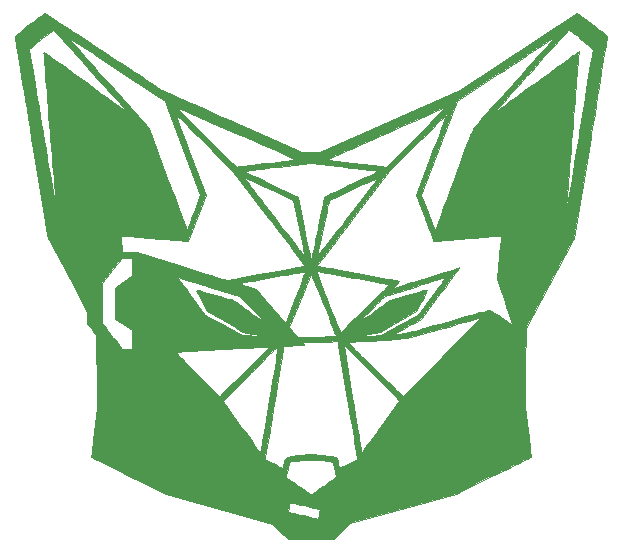
<source format=gbr>
G04 #@! TF.GenerationSoftware,KiCad,Pcbnew,5.0.2-1.fc29*
G04 #@! TF.CreationDate,2019-03-11T05:09:13+00:00*
G04 #@! TF.ProjectId,fuccs-shitty-addon,66756363-732d-4736-9869-7474792d6164,rev?*
G04 #@! TF.SameCoordinates,Original*
G04 #@! TF.FileFunction,Soldermask,Top*
G04 #@! TF.FilePolarity,Negative*
%FSLAX46Y46*%
G04 Gerber Fmt 4.6, Leading zero omitted, Abs format (unit mm)*
G04 Created by KiCad (PCBNEW 5.0.2-1.fc29) date Mon 11 Mar 2019 05:09:13 GMT*
%MOMM*%
%LPD*%
G01*
G04 APERTURE LIST*
%ADD10C,0.010000*%
G04 APERTURE END LIST*
D10*
G04 #@! TO.C,G\002A\002A\002A*
G36*
X23847828Y43523273D02*
X24175483Y43273249D01*
X24441564Y43068750D01*
X24652227Y42904497D01*
X24813626Y42775211D01*
X24931919Y42675612D01*
X25013261Y42600420D01*
X25063807Y42544358D01*
X25089715Y42502144D01*
X25097138Y42468501D01*
X25095800Y42453000D01*
X25087247Y42401315D01*
X25065697Y42270064D01*
X25031802Y42063245D01*
X24986218Y41784852D01*
X24929596Y41438880D01*
X24862590Y41029323D01*
X24785853Y40560178D01*
X24700039Y40035438D01*
X24605801Y39459099D01*
X24503791Y38835155D01*
X24394664Y38167603D01*
X24279072Y37460436D01*
X24157670Y36717650D01*
X24031109Y35943240D01*
X23900043Y35141200D01*
X23765126Y34315526D01*
X23694046Y33880500D01*
X22310681Y25413834D01*
X20266335Y21595888D01*
X18221989Y17777941D01*
X18181837Y14483888D01*
X18141685Y11189834D01*
X18391638Y9035165D01*
X18439797Y8617972D01*
X18484468Y8226989D01*
X18524780Y7870131D01*
X18559861Y7555314D01*
X18588839Y7290451D01*
X18610841Y7083456D01*
X18624997Y6942245D01*
X18630433Y6874731D01*
X18630204Y6869996D01*
X18591374Y6850138D01*
X18482182Y6795690D01*
X18308242Y6709424D01*
X18075171Y6594113D01*
X17788583Y6452527D01*
X17454093Y6287439D01*
X17077318Y6101620D01*
X16663870Y5897844D01*
X16219367Y5678880D01*
X15749423Y5447502D01*
X15472068Y5310999D01*
X12325320Y3762502D01*
X3336484Y1247238D01*
X2659151Y599388D01*
X1981817Y-48461D01*
X13144Y-49064D01*
X-1955530Y-49666D01*
X-3235481Y1230285D01*
X-6859076Y2243426D01*
X-1961873Y2243426D01*
X-1556361Y2150168D01*
X-1384417Y2110233D01*
X-1151421Y2055560D01*
X-878650Y1991172D01*
X-587381Y1922090D01*
X-304183Y1854601D01*
X-47967Y1793500D01*
X179931Y1739381D01*
X366799Y1695246D01*
X499925Y1664093D01*
X566595Y1648922D01*
X571381Y1647980D01*
X605035Y1678626D01*
X620405Y1717750D01*
X668182Y1904418D01*
X710148Y2087903D01*
X742553Y2249286D01*
X761648Y2369651D01*
X763683Y2430078D01*
X762156Y2432939D01*
X714616Y2450071D01*
X597577Y2482203D01*
X423347Y2526501D01*
X204232Y2580130D01*
X-47459Y2640258D01*
X-319418Y2704049D01*
X-599339Y2768670D01*
X-874913Y2831287D01*
X-1133833Y2889066D01*
X-1363791Y2939173D01*
X-1552480Y2978775D01*
X-1687591Y3005036D01*
X-1756818Y3015124D01*
X-1763120Y3014408D01*
X-1782267Y2965809D01*
X-1814424Y2854461D01*
X-1854047Y2700220D01*
X-1873861Y2617752D01*
X-1961873Y2243426D01*
X-6859076Y2243426D01*
X-7759999Y2495320D01*
X-12284516Y3760355D01*
X-15224163Y5207376D01*
X-2079912Y5207376D01*
X-2068490Y5165754D01*
X-2055908Y5153924D01*
X-2007278Y5121552D01*
X-1898753Y5046936D01*
X-1739665Y4936569D01*
X-1539348Y4796948D01*
X-1307137Y4634568D01*
X-1052366Y4455923D01*
X-1002683Y4421032D01*
X-746169Y4242309D01*
X-511236Y4081422D01*
X-306976Y3944374D01*
X-142481Y3837170D01*
X-26842Y3765812D01*
X30849Y3736303D01*
X34765Y3735989D01*
X79198Y3762835D01*
X183968Y3831989D01*
X339999Y3937280D01*
X538214Y4072537D01*
X769538Y4231587D01*
X1024894Y4408260D01*
X1093099Y4455622D01*
X1352109Y4636694D01*
X1587778Y4803518D01*
X1791281Y4949680D01*
X1953791Y5068768D01*
X2066483Y5154368D01*
X2120532Y5200067D01*
X2123889Y5204617D01*
X2120145Y5259411D01*
X2099929Y5378173D01*
X2067316Y5542738D01*
X2026384Y5734941D01*
X1981210Y5936615D01*
X1935871Y6129595D01*
X1894444Y6295715D01*
X1861006Y6416809D01*
X1839634Y6474711D01*
X1838521Y6476119D01*
X1790414Y6488265D01*
X1670765Y6506503D01*
X1492350Y6529236D01*
X1267946Y6554870D01*
X1010328Y6581809D01*
X923484Y6590393D01*
X626338Y6619003D01*
X392910Y6639399D01*
X202660Y6651646D01*
X35044Y6655807D01*
X-130479Y6651946D01*
X-314452Y6640126D01*
X-537417Y6620412D01*
X-791016Y6595715D01*
X-1051911Y6570400D01*
X-1288523Y6548173D01*
X-1486157Y6530358D01*
X-1630115Y6518275D01*
X-1705701Y6513248D01*
X-1708348Y6513190D01*
X-1744393Y6506167D01*
X-1775570Y6478307D01*
X-1806283Y6417869D01*
X-1840940Y6313115D01*
X-1883945Y6152303D01*
X-1939704Y5923695D01*
X-1957239Y5849997D01*
X-2016396Y5595103D01*
X-2055482Y5410641D01*
X-2076115Y5285202D01*
X-2079912Y5207376D01*
X-15224163Y5207376D01*
X-15396016Y5291969D01*
X-15876312Y5528659D01*
X-16335066Y5755252D01*
X-16766540Y5968885D01*
X-17164999Y6166694D01*
X-17524707Y6345813D01*
X-17839928Y6503378D01*
X-18104925Y6636527D01*
X-18309477Y6740122D01*
X-3880982Y6740122D01*
X-3845377Y6711229D01*
X-3748120Y6651770D01*
X-3603225Y6569171D01*
X-3424704Y6470858D01*
X-3226570Y6364258D01*
X-3022836Y6256796D01*
X-2827515Y6155899D01*
X-2654619Y6068993D01*
X-2518160Y6003504D01*
X-2432153Y5966859D01*
X-2412079Y5961667D01*
X-2385549Y6000167D01*
X-2349703Y6103151D01*
X-2310605Y6251844D01*
X-2293595Y6328522D01*
X-2257608Y6497868D01*
X-2222305Y6631346D01*
X-2177669Y6734206D01*
X-2113683Y6811698D01*
X-2020328Y6869070D01*
X-1887588Y6911573D01*
X-1705444Y6944455D01*
X-1463878Y6972967D01*
X-1152874Y7002357D01*
X-977494Y7018181D01*
X42528Y7110426D01*
X1033339Y7017429D01*
X1369871Y6984614D01*
X1631588Y6955980D01*
X1828152Y6930046D01*
X1969225Y6905331D01*
X2064469Y6880355D01*
X2123547Y6853635D01*
X2129984Y6849315D01*
X2184782Y6796402D01*
X2230704Y6713654D01*
X2274750Y6583965D01*
X2323918Y6390226D01*
X2331898Y6355756D01*
X2427979Y5937313D01*
X3188548Y6319907D01*
X3469159Y6463357D01*
X3678103Y6575710D01*
X3821031Y6660361D01*
X3903598Y6720709D01*
X3931456Y6760150D01*
X3930912Y6766000D01*
X3921782Y6815212D01*
X3899741Y6942722D01*
X3865665Y7143292D01*
X3820427Y7411683D01*
X3764902Y7742657D01*
X3699964Y8130975D01*
X3626487Y8571399D01*
X3545347Y9058690D01*
X3457416Y9587608D01*
X3363571Y10152917D01*
X3264684Y10749377D01*
X3161630Y11371750D01*
X3098285Y11754687D01*
X2342221Y16326940D01*
X2781977Y16326940D01*
X3512682Y11916887D01*
X3633726Y11186156D01*
X3741636Y10534493D01*
X3837193Y9957451D01*
X3921180Y9450581D01*
X3994377Y9009436D01*
X4057565Y8629569D01*
X4111527Y8306531D01*
X4157043Y8035877D01*
X4194895Y7813157D01*
X4225865Y7633924D01*
X4250734Y7493731D01*
X4270282Y7388130D01*
X4285293Y7312675D01*
X4296546Y7262916D01*
X4304824Y7234406D01*
X4310908Y7222699D01*
X4315579Y7223347D01*
X4319618Y7231901D01*
X4323808Y7243914D01*
X4328929Y7254940D01*
X4331241Y7257903D01*
X4361742Y7297944D01*
X4437396Y7400808D01*
X4553924Y7560585D01*
X4707041Y7771364D01*
X4892465Y8027235D01*
X5105914Y8322287D01*
X5343106Y8650609D01*
X5599759Y9006290D01*
X5871589Y9383420D01*
X5937027Y9474266D01*
X7506460Y11653366D01*
X7199472Y11964532D01*
X7116578Y12047703D01*
X6979270Y12184425D01*
X6793462Y12368847D01*
X6565070Y12595115D01*
X6300010Y12857379D01*
X6004197Y13149786D01*
X5683547Y13466485D01*
X5343975Y13801624D01*
X4991398Y14149351D01*
X4837230Y14301319D01*
X2781977Y16326940D01*
X2342221Y16326940D01*
X2294494Y16615566D01*
X3160105Y16615566D01*
X3185832Y16583284D01*
X3266497Y16497341D01*
X3396503Y16363272D01*
X3570254Y16186612D01*
X3782153Y15972895D01*
X4026603Y15727656D01*
X4298009Y15456429D01*
X4590773Y15164748D01*
X4899299Y14858148D01*
X5217991Y14542164D01*
X5541250Y14222330D01*
X5863483Y13904180D01*
X6179090Y13593249D01*
X6482477Y13295072D01*
X6768046Y13015182D01*
X7030200Y12759115D01*
X7263344Y12532404D01*
X7461881Y12340585D01*
X7620213Y12189191D01*
X7732745Y12083757D01*
X7793880Y12029819D01*
X7803351Y12023853D01*
X7837038Y12055084D01*
X7926296Y12142791D01*
X8067294Y12283116D01*
X8256204Y12472199D01*
X8489197Y12706182D01*
X8762443Y12981208D01*
X9072113Y13293418D01*
X9414379Y13638954D01*
X9785410Y14013957D01*
X10181377Y14414569D01*
X10598452Y14836932D01*
X11032805Y15277188D01*
X11129777Y15375531D01*
X11572330Y15825013D01*
X11994455Y16254986D01*
X12392645Y16661813D01*
X12763394Y17041859D01*
X13103193Y17391488D01*
X13408535Y17707063D01*
X13675914Y17984948D01*
X13901822Y18221508D01*
X14082751Y18413106D01*
X14215195Y18556107D01*
X14295645Y18646873D01*
X14320595Y18681770D01*
X14319050Y18681880D01*
X14262411Y18665173D01*
X14130973Y18627138D01*
X13931355Y18569671D01*
X13670176Y18494669D01*
X13354056Y18404029D01*
X12989614Y18299648D01*
X12583468Y18183422D01*
X12142240Y18057249D01*
X11672547Y17923025D01*
X11196844Y17787168D01*
X8177538Y16925138D01*
X7027011Y16842108D01*
X6667756Y16817429D01*
X6249343Y16790745D01*
X5797207Y16763549D01*
X5336783Y16737333D01*
X4893508Y16713590D01*
X4526357Y16695385D01*
X4197184Y16679392D01*
X3896025Y16663871D01*
X3633061Y16649415D01*
X3418474Y16636620D01*
X3262444Y16626080D01*
X3175153Y16618390D01*
X3160105Y16615566D01*
X2294494Y16615566D01*
X2283860Y16679874D01*
X1328505Y16644187D01*
X1007802Y16633752D01*
X674230Y16625597D01*
X351303Y16620108D01*
X62537Y16617673D01*
X-168556Y16618677D01*
X-195729Y16619128D01*
X-764609Y16629756D01*
X-647914Y16507954D01*
X-531220Y16386151D01*
X-798702Y16361105D01*
X-940863Y16349961D01*
X-1143162Y16336955D01*
X-1381138Y16323533D01*
X-1630325Y16311140D01*
X-1690599Y16308412D01*
X-1909548Y16297018D01*
X-2094941Y16284129D01*
X-2232037Y16271027D01*
X-2306096Y16258993D01*
X-2314937Y16254133D01*
X-2321713Y16209695D01*
X-2341479Y16087030D01*
X-2373363Y15891434D01*
X-2416491Y15628201D01*
X-2469992Y15302628D01*
X-2532991Y14920012D01*
X-2604616Y14485649D01*
X-2683995Y14004834D01*
X-2770253Y13482863D01*
X-2862519Y12925033D01*
X-2959919Y12336639D01*
X-3061580Y11722978D01*
X-3098104Y11502622D01*
X-3201076Y10881101D01*
X-3300087Y10282820D01*
X-3394262Y9713090D01*
X-3482729Y9177225D01*
X-3564614Y8680536D01*
X-3639044Y8228336D01*
X-3705146Y7825936D01*
X-3762046Y7478650D01*
X-3808871Y7191790D01*
X-3844749Y6970668D01*
X-3868805Y6820596D01*
X-3880166Y6746886D01*
X-3880982Y6740122D01*
X-18309477Y6740122D01*
X-18313962Y6742393D01*
X-18461304Y6818114D01*
X-18541214Y6860825D01*
X-18554058Y6868875D01*
X-18562469Y6906709D01*
X-18562372Y6998627D01*
X-18553368Y7148837D01*
X-18535058Y7361552D01*
X-18507044Y7640980D01*
X-18468927Y7991332D01*
X-18420307Y8416818D01*
X-18360788Y8921649D01*
X-18355335Y8967334D01*
X-18110071Y11020500D01*
X-18114553Y11655500D01*
X-7466851Y11655500D01*
X-5875183Y9447450D01*
X-5599214Y9065362D01*
X-5337771Y8704842D01*
X-5095040Y8371569D01*
X-4875207Y8071220D01*
X-4682457Y7809474D01*
X-4520978Y7592008D01*
X-4394955Y7424501D01*
X-4308574Y7312630D01*
X-4266020Y7262073D01*
X-4262349Y7259766D01*
X-4252713Y7303423D01*
X-4230221Y7425189D01*
X-4195796Y7619635D01*
X-4150358Y7881334D01*
X-4094830Y8204856D01*
X-4030133Y8584773D01*
X-3957188Y9015655D01*
X-3876917Y9492073D01*
X-3790242Y10008600D01*
X-3698083Y10559806D01*
X-3601363Y11140263D01*
X-3501003Y11744541D01*
X-3497441Y11766026D01*
X-3364078Y12573100D01*
X-3244680Y13301312D01*
X-3139320Y13950185D01*
X-3048073Y14519243D01*
X-2971013Y15008008D01*
X-2908213Y15416003D01*
X-2859748Y15742754D01*
X-2825690Y15987782D01*
X-2806115Y16150611D01*
X-2801095Y16230764D01*
X-2803990Y16239710D01*
X-2841382Y16208637D01*
X-2934079Y16122452D01*
X-3077363Y15985754D01*
X-3266518Y15803146D01*
X-3496824Y15579226D01*
X-3763566Y15318598D01*
X-4062024Y15025860D01*
X-4387481Y14705614D01*
X-4735221Y14362461D01*
X-5100524Y14001002D01*
X-5160566Y13941500D01*
X-7466851Y11655500D01*
X-18114553Y11655500D01*
X-18130839Y13962667D01*
X-18134614Y14458836D01*
X-18138752Y14933585D01*
X-18143156Y15379579D01*
X-18147572Y15775441D01*
X-11438353Y15775441D01*
X-11413623Y15742368D01*
X-11335118Y15655722D01*
X-11208992Y15521738D01*
X-11041402Y15346648D01*
X-10838505Y15136686D01*
X-10606455Y14898085D01*
X-10351408Y14637077D01*
X-10079522Y14359897D01*
X-9796951Y14072776D01*
X-9509852Y13781948D01*
X-9224381Y13493646D01*
X-8946693Y13214104D01*
X-8682944Y12949554D01*
X-8439291Y12706229D01*
X-8221890Y12490362D01*
X-8036896Y12308188D01*
X-7890465Y12165938D01*
X-7788753Y12069845D01*
X-7737916Y12026144D01*
X-7733515Y12024178D01*
X-7698885Y12055289D01*
X-7609060Y12141226D01*
X-7468944Y12277178D01*
X-7283441Y12458331D01*
X-7057453Y12679875D01*
X-6795885Y12936996D01*
X-6503640Y13224883D01*
X-6185621Y13538724D01*
X-5846732Y13873706D01*
X-5596465Y14121417D01*
X-5186604Y14527639D01*
X-4833456Y14878491D01*
X-4533293Y15177891D01*
X-4282383Y15429757D01*
X-4076996Y15638005D01*
X-3913402Y15806551D01*
X-3787869Y15939315D01*
X-3696667Y16040211D01*
X-3636066Y16113159D01*
X-3602335Y16162073D01*
X-3591744Y16190873D01*
X-3600561Y16203474D01*
X-3612184Y16204921D01*
X-3697875Y16202142D01*
X-3857056Y16195155D01*
X-4082534Y16184355D01*
X-4367116Y16170136D01*
X-4703611Y16152893D01*
X-5084827Y16133021D01*
X-5503570Y16110914D01*
X-5952649Y16086968D01*
X-6424872Y16061577D01*
X-6913046Y16035135D01*
X-7409978Y16008037D01*
X-7908478Y15980678D01*
X-8401351Y15953453D01*
X-8881407Y15926757D01*
X-9341453Y15900983D01*
X-9774296Y15876527D01*
X-10172745Y15853784D01*
X-10529606Y15833147D01*
X-10837689Y15815013D01*
X-11089799Y15799775D01*
X-11278746Y15787828D01*
X-11397337Y15779567D01*
X-11438353Y15775441D01*
X-18147572Y15775441D01*
X-18147729Y15789486D01*
X-18152375Y16155971D01*
X-18156996Y16471700D01*
X-18161495Y16729341D01*
X-18165775Y16921558D01*
X-18169740Y17041018D01*
X-18172010Y17075440D01*
X-18193058Y17165026D01*
X-18240842Y17268715D01*
X-18323555Y17400108D01*
X-18449392Y17572802D01*
X-18551047Y17704516D01*
X-18909683Y18162984D01*
X-18909683Y18180103D01*
X-17639683Y18180103D01*
X-17439333Y17923468D01*
X-17355228Y17816296D01*
X-17228823Y17655955D01*
X-17070491Y17455565D01*
X-16890604Y17228247D01*
X-16699532Y16987121D01*
X-16592279Y16851917D01*
X-15945575Y16037000D01*
X-15142016Y16037000D01*
X-15142016Y17107919D01*
X-3981918Y17107919D01*
X-3923683Y17102018D01*
X-3863585Y17108671D01*
X-3870766Y17123370D01*
X-3957437Y17128962D01*
X-3976599Y17123370D01*
X-3981918Y17107919D01*
X-15142016Y17107919D01*
X-15142016Y17590834D01*
X-15860575Y18094500D01*
X-16579133Y18598167D01*
X-16569658Y19909111D01*
X-16560183Y21220054D01*
X-15851099Y21722140D01*
X-15330596Y22090697D01*
X-11242776Y22090697D01*
X-11204377Y22017750D01*
X-11121130Y21888350D01*
X-10991737Y21700640D01*
X-10814906Y21452764D01*
X-10589340Y21142865D01*
X-10313745Y20769087D01*
X-10136954Y20531013D01*
X-8940183Y18922776D01*
X-7373849Y18061972D01*
X-5807516Y17201167D01*
X-5341849Y17177264D01*
X-5109706Y17166721D01*
X-4873505Y17158374D01*
X-4646972Y17152416D01*
X-4443831Y17149041D01*
X-4277809Y17148441D01*
X-4162631Y17150810D01*
X-4112021Y17156341D01*
X-4114183Y17159993D01*
X-4167190Y17171965D01*
X-4290191Y17196187D01*
X-4469813Y17230135D01*
X-4692680Y17271289D01*
X-4945420Y17317124D01*
X-4986187Y17324446D01*
X-5815857Y17473257D01*
X-6433004Y17851014D01*
X-1808693Y17851014D01*
X-1480758Y17471572D01*
X-1344558Y17320441D01*
X-1220371Y17194312D01*
X-1122436Y17106927D01*
X-1067169Y17072421D01*
X-983020Y17062089D01*
X-835766Y17052411D01*
X-646969Y17044021D01*
X-438190Y17037553D01*
X-230991Y17033641D01*
X-46935Y17032917D01*
X92417Y17036016D01*
X119151Y17037560D01*
X211552Y17042404D01*
X373277Y17049161D01*
X589018Y17057263D01*
X843469Y17066144D01*
X1121321Y17075234D01*
X1209234Y17077988D01*
X1478094Y17087465D01*
X1715965Y17098042D01*
X1891543Y17107919D01*
X4019082Y17107919D01*
X4077317Y17102018D01*
X4137415Y17108671D01*
X4130234Y17123370D01*
X4043563Y17128962D01*
X4024401Y17123370D01*
X4019082Y17107919D01*
X1891543Y17107919D01*
X1910707Y17108997D01*
X2050181Y17119610D01*
X2122250Y17129159D01*
X2129499Y17132677D01*
X2114150Y17175444D01*
X2069981Y17290344D01*
X1999557Y17470875D01*
X1905444Y17710536D01*
X1790207Y18002826D01*
X1656412Y18341242D01*
X1506623Y18719284D01*
X1343407Y19130449D01*
X1169328Y19568236D01*
X1075199Y19804667D01*
X866013Y20329279D01*
X685604Y20780168D01*
X531779Y21162411D01*
X402349Y21481084D01*
X295122Y21741265D01*
X207906Y21948029D01*
X138511Y22106455D01*
X84745Y22221619D01*
X44418Y22298598D01*
X15338Y22342468D01*
X-4686Y22358307D01*
X-17845Y22351191D01*
X-21056Y22344667D01*
X-44316Y22286349D01*
X-95876Y22156871D01*
X-172745Y21963744D01*
X-271935Y21714481D01*
X-390457Y21416596D01*
X-525322Y21077600D01*
X-673541Y20705005D01*
X-832124Y20306326D01*
X-936095Y20044924D01*
X-1808693Y17851014D01*
X-6433004Y17851014D01*
X-7283065Y18371338D01*
X-8750272Y19269419D01*
X-9199782Y20050171D01*
X-9362358Y20333781D01*
X-9485955Y20553223D01*
X-9574667Y20717214D01*
X-9632590Y20834477D01*
X-9663818Y20913730D01*
X-9672449Y20963695D01*
X-9662575Y20993092D01*
X-9648311Y21005217D01*
X-9599792Y20999791D01*
X-9479083Y20973543D01*
X-9295426Y20928843D01*
X-9058058Y20868059D01*
X-8776220Y20793561D01*
X-8459150Y20707718D01*
X-8116089Y20612901D01*
X-8088873Y20605299D01*
X-7650912Y20481730D01*
X-7288876Y20376911D01*
X-6996598Y20288865D01*
X-6767914Y20215616D01*
X-6596656Y20155186D01*
X-6476660Y20105599D01*
X-6401759Y20064876D01*
X-6400183Y20063797D01*
X-6329062Y20012894D01*
X-6198518Y19917591D01*
X-6016988Y19784117D01*
X-5792909Y19618704D01*
X-5534718Y19427582D01*
X-5250851Y19216980D01*
X-4949745Y18993130D01*
X-4876183Y18938373D01*
X-4584697Y18722125D01*
X-4318818Y18526381D01*
X-4085130Y18355875D01*
X-3890217Y18215340D01*
X-3740663Y18109509D01*
X-3643054Y18043115D01*
X-3603972Y18020891D01*
X-3606183Y18025409D01*
X-3654568Y18075441D01*
X-3756622Y18177530D01*
X-3905289Y18324733D01*
X-4093514Y18510104D01*
X-4314242Y18726699D01*
X-4560418Y18967576D01*
X-4824987Y19225789D01*
X-4900360Y19299234D01*
X-6109870Y20477415D01*
X-8625693Y21278131D01*
X-9071338Y21419961D01*
X-9494817Y21554726D01*
X-9573239Y21579680D01*
X-6085135Y21579680D01*
X-6078513Y21559809D01*
X-6025869Y21531346D01*
X-5919089Y21490977D01*
X-5750058Y21435391D01*
X-5510663Y21361275D01*
X-5403205Y21328667D01*
X-4633229Y21095834D01*
X-3677533Y19995167D01*
X-3436993Y19718407D01*
X-3200525Y19446829D01*
X-2977331Y19190964D01*
X-2776612Y18961342D01*
X-2607567Y18768493D01*
X-2479398Y18622949D01*
X-2427128Y18564036D01*
X-2132419Y18233571D01*
X-1844506Y18966203D01*
X-1758216Y19185742D01*
X-1647133Y19468306D01*
X-1517454Y19798131D01*
X-1375379Y20159452D01*
X-1227106Y20536504D01*
X-1078835Y20913521D01*
X-990481Y21138167D01*
X-842765Y21517354D01*
X-716930Y21847815D01*
X-614873Y22124236D01*
X-538488Y22341303D01*
X-489669Y22493701D01*
X-470311Y22576116D01*
X-472915Y22589690D01*
X-520742Y22584249D01*
X-643445Y22565119D01*
X-832606Y22533800D01*
X-1079808Y22491795D01*
X-1376635Y22440604D01*
X-1714668Y22381729D01*
X-2085491Y22316671D01*
X-2480687Y22246931D01*
X-2891839Y22174011D01*
X-3310529Y22099412D01*
X-3728340Y22024635D01*
X-4136855Y21951182D01*
X-4527657Y21880553D01*
X-4892328Y21814251D01*
X-5222453Y21753775D01*
X-5509612Y21700629D01*
X-5745390Y21656313D01*
X-5921369Y21622327D01*
X-6029132Y21600175D01*
X-6053848Y21594270D01*
X-6085135Y21579680D01*
X-9573239Y21579680D01*
X-9888941Y21680136D01*
X-10246517Y21793906D01*
X-10560355Y21893746D01*
X-10823262Y21977370D01*
X-11028049Y22042489D01*
X-11167524Y22086816D01*
X-11234496Y22108063D01*
X-11237621Y22109048D01*
X-11242776Y22090697D01*
X-15330596Y22090697D01*
X-15142016Y22224226D01*
X-15142016Y23741667D01*
X-15975133Y23741667D01*
X-16806851Y22693917D01*
X-17638570Y21646167D01*
X-17639126Y19913135D01*
X-17639683Y18180103D01*
X-18909683Y18180103D01*
X-18909683Y19139083D01*
X-20586512Y22268703D01*
X-22263341Y25398322D01*
X-22302130Y25635094D01*
X-16099034Y25635094D01*
X-16097586Y25591954D01*
X-16087148Y25479319D01*
X-16069240Y25311708D01*
X-16045382Y25103638D01*
X-16029302Y24969194D01*
X-16001779Y24739973D01*
X-15978158Y24538672D01*
X-15960250Y24381099D01*
X-15949868Y24283062D01*
X-15948023Y24260250D01*
X-15924759Y24238052D01*
X-15850437Y24222398D01*
X-15715820Y24212464D01*
X-15511671Y24207429D01*
X-15343099Y24206402D01*
X-14739849Y24205470D01*
X-10929849Y23025947D01*
X-10380839Y22856334D01*
X-9854203Y22694322D01*
X-9355641Y22541624D01*
X-8890849Y22399955D01*
X-8465525Y22271029D01*
X-8085367Y22156559D01*
X-7756073Y22058259D01*
X-7483341Y21977844D01*
X-7272867Y21917027D01*
X-7130350Y21877522D01*
X-7061487Y21861043D01*
X-7056349Y21860742D01*
X-7005487Y21870362D01*
X-6877812Y21893798D01*
X-6679841Y21929870D01*
X-6418088Y21977399D01*
X-6099070Y22035205D01*
X-5729304Y22102108D01*
X-5315303Y22176930D01*
X-4863584Y22258490D01*
X-4380664Y22345608D01*
X-3873057Y22437106D01*
X-3775516Y22454680D01*
X-3264941Y22546927D01*
X-2818525Y22628051D01*
X447457Y22628051D01*
X582181Y22285276D01*
X872775Y21546137D01*
X1133986Y20882222D01*
X1367267Y20289899D01*
X1574069Y19765538D01*
X1755843Y19305510D01*
X1914041Y18906184D01*
X2050114Y18563930D01*
X2165514Y18275118D01*
X2261691Y18036118D01*
X2340098Y17843300D01*
X2402186Y17693034D01*
X2449407Y17581689D01*
X2483211Y17505636D01*
X2505050Y17461244D01*
X2516376Y17444884D01*
X2517602Y17444686D01*
X2551709Y17475416D01*
X2641095Y17560732D01*
X2780769Y17695758D01*
X2965737Y17875619D01*
X3068165Y17975569D01*
X3717484Y17975569D01*
X4712317Y18712150D01*
X4996795Y18922827D01*
X5286758Y19137652D01*
X5567291Y19345568D01*
X5823480Y19535522D01*
X6040412Y19696456D01*
X6193984Y19810487D01*
X6680817Y20172244D01*
X8162484Y20586922D01*
X8504715Y20682692D01*
X8823057Y20771755D01*
X9107849Y20851411D01*
X9349427Y20918956D01*
X9538131Y20971690D01*
X9664297Y21006912D01*
X9717719Y21021770D01*
X9776551Y21026867D01*
X9803724Y20997598D01*
X9796946Y20927901D01*
X9753928Y20811714D01*
X9672377Y20642975D01*
X9550002Y20415621D01*
X9384512Y20123592D01*
X9366244Y20091882D01*
X8892092Y19269794D01*
X7468399Y18397892D01*
X7150861Y18203952D01*
X6852645Y18022824D01*
X6582206Y17859568D01*
X6347999Y17719243D01*
X6158478Y17606910D01*
X6022099Y17527629D01*
X5947314Y17486460D01*
X5939428Y17482795D01*
X5865168Y17462005D01*
X5722710Y17430453D01*
X5527383Y17391224D01*
X5294517Y17347400D01*
X5050984Y17304062D01*
X4803861Y17260447D01*
X4586507Y17220475D01*
X4412294Y17186738D01*
X4294596Y17161827D01*
X4246784Y17148333D01*
X4246651Y17148214D01*
X4280209Y17143490D01*
X4386124Y17142074D01*
X4552159Y17143818D01*
X4766072Y17148576D01*
X5015627Y17156199D01*
X5072151Y17158176D01*
X5918817Y17188445D01*
X7485151Y18045283D01*
X9051484Y18902121D01*
X10250197Y20500653D01*
X10491259Y20822733D01*
X10715567Y21123621D01*
X10918228Y21396665D01*
X11094346Y21635213D01*
X11239024Y21832613D01*
X11347368Y21982211D01*
X11414482Y22077356D01*
X11435531Y22111361D01*
X11393964Y22100985D01*
X11278554Y22066942D01*
X11096103Y22011354D01*
X10853411Y21936344D01*
X10557279Y21844032D01*
X10214507Y21736542D01*
X9831898Y21615996D01*
X9416251Y21484514D01*
X8974369Y21344220D01*
X8846254Y21303452D01*
X6270357Y20483368D01*
X5988754Y20231498D01*
X5889267Y20139080D01*
X5740077Y19995909D01*
X5550908Y19811535D01*
X5331485Y19595511D01*
X5091530Y19357390D01*
X4840769Y19106723D01*
X4712317Y18977598D01*
X3717484Y17975569D01*
X3068165Y17975569D01*
X3191007Y18095439D01*
X3451585Y18350343D01*
X3742480Y18635455D01*
X4058699Y18945899D01*
X4395249Y19276801D01*
X4585865Y19464427D01*
X4994385Y19867147D01*
X5345871Y20214746D01*
X5644030Y20511083D01*
X5892573Y20760018D01*
X6095205Y20965410D01*
X6255637Y21131119D01*
X6377575Y21261005D01*
X6464729Y21358927D01*
X6520805Y21428746D01*
X6549514Y21474321D01*
X6554562Y21499511D01*
X6547746Y21506460D01*
X6493626Y21519374D01*
X6363205Y21545881D01*
X6163526Y21584665D01*
X5901631Y21634411D01*
X5584563Y21693802D01*
X5219366Y21761525D01*
X4813081Y21836262D01*
X4372752Y21916699D01*
X3905422Y22001521D01*
X3653984Y22046941D01*
X3171544Y22133968D01*
X2709458Y22217364D01*
X2275153Y22295785D01*
X1876058Y22367888D01*
X1519601Y22432329D01*
X1213211Y22487766D01*
X964317Y22532856D01*
X780347Y22566254D01*
X668729Y22586619D01*
X643137Y22591350D01*
X447457Y22628051D01*
X-2818525Y22628051D01*
X-2778568Y22635312D01*
X-2322828Y22718638D01*
X-1904150Y22795704D01*
X-1528963Y22865311D01*
X-1203699Y22926259D01*
X-934785Y22977348D01*
X-728653Y23017379D01*
X-591732Y23045152D01*
X-530452Y23059468D01*
X-527846Y23060603D01*
X-542464Y23085500D01*
X560831Y23085500D01*
X582954Y23042723D01*
X608994Y23033922D01*
X704607Y23018076D01*
X870871Y22989120D01*
X1100294Y22948426D01*
X1385383Y22897367D01*
X1718645Y22837317D01*
X2092587Y22769648D01*
X2499716Y22695735D01*
X2932540Y22616949D01*
X3383566Y22534664D01*
X3845300Y22450254D01*
X4310250Y22365092D01*
X4770924Y22280549D01*
X5219828Y22198001D01*
X5649469Y22118820D01*
X6052354Y22044378D01*
X6420991Y21976050D01*
X6747887Y21915208D01*
X7025549Y21863226D01*
X7246484Y21821476D01*
X7403200Y21791333D01*
X7488202Y21774168D01*
X7501667Y21770762D01*
X7483088Y21733710D01*
X7416060Y21650796D01*
X7312238Y21535787D01*
X7228824Y21448577D01*
X7112575Y21325620D01*
X7030849Y21231319D01*
X6993044Y21177065D01*
X6998317Y21169200D01*
X7137855Y21215725D01*
X7339272Y21281403D01*
X7594666Y21363750D01*
X7896133Y21460284D01*
X8235774Y21568520D01*
X8605684Y21685975D01*
X8997963Y21810165D01*
X9404707Y21938605D01*
X9818016Y22068814D01*
X10229986Y22198306D01*
X10632716Y22324598D01*
X11018303Y22445207D01*
X11378846Y22557648D01*
X11706441Y22659438D01*
X11993188Y22748093D01*
X12231184Y22821130D01*
X12412527Y22876065D01*
X12529315Y22910414D01*
X12573645Y22921693D01*
X12573802Y22921626D01*
X12552446Y22885361D01*
X12484424Y22787126D01*
X12373926Y22632643D01*
X12225147Y22427632D01*
X12042276Y22177814D01*
X11829507Y21888910D01*
X11591031Y21566639D01*
X11331040Y21216723D01*
X11053725Y20844882D01*
X10967263Y20729219D01*
X9341701Y18555834D01*
X8794426Y18261004D01*
X8356615Y18024348D01*
X7990427Y17824570D01*
X7692315Y17659589D01*
X7458730Y17527326D01*
X7286124Y17425699D01*
X7170949Y17352631D01*
X7109658Y17306039D01*
X7098701Y17283845D01*
X7125317Y17282465D01*
X7234020Y17294425D01*
X7398723Y17308686D01*
X7590889Y17322867D01*
X7675651Y17328396D01*
X7754155Y17334782D01*
X7840436Y17345384D01*
X7940138Y17361679D01*
X8058904Y17385148D01*
X8202379Y17417270D01*
X8376207Y17459523D01*
X8586031Y17513387D01*
X8837496Y17580342D01*
X9136245Y17661865D01*
X9487923Y17759437D01*
X9898173Y17874536D01*
X10372640Y18008641D01*
X10916966Y18163233D01*
X11536798Y18339789D01*
X11559426Y18346241D01*
X12086263Y18496193D01*
X12590797Y18639266D01*
X13066950Y18773769D01*
X13508642Y18898007D01*
X13909791Y19010289D01*
X14264320Y19108920D01*
X14566148Y19192208D01*
X14809194Y19258461D01*
X14987380Y19305983D01*
X15094625Y19333084D01*
X15124481Y19339000D01*
X15180708Y19316021D01*
X15296568Y19251254D01*
X15461980Y19150954D01*
X15666863Y19021376D01*
X15901134Y18868776D01*
X16147874Y18704030D01*
X16396919Y18536485D01*
X16622037Y18386368D01*
X16814036Y18259702D01*
X16963721Y18162509D01*
X17061901Y18100810D01*
X17099382Y18080630D01*
X17099427Y18080666D01*
X17088024Y18121621D01*
X17050870Y18234627D01*
X16990635Y18411982D01*
X16909988Y18645983D01*
X16811598Y18928928D01*
X16698134Y19253112D01*
X16572266Y19610835D01*
X16436661Y19994392D01*
X16421008Y20038554D01*
X15730982Y21984834D01*
X15939256Y23799033D01*
X15982777Y24181099D01*
X16022592Y24536423D01*
X16057782Y24856348D01*
X16087424Y25132218D01*
X16110595Y25355377D01*
X16126376Y25517168D01*
X16133843Y25608935D01*
X16133877Y25626885D01*
X16090506Y25625554D01*
X15969715Y25617226D01*
X15778413Y25602480D01*
X15523507Y25581890D01*
X15211905Y25556034D01*
X14850515Y25525488D01*
X14446245Y25490828D01*
X14006003Y25452631D01*
X13536696Y25411474D01*
X13268546Y25387771D01*
X12786180Y25345236D01*
X12329066Y25305354D01*
X11904115Y25268703D01*
X11518236Y25235856D01*
X11178336Y25207391D01*
X10891327Y25183882D01*
X10664116Y25165904D01*
X10503613Y25154035D01*
X10416726Y25148848D01*
X10402821Y25149052D01*
X10385506Y25190229D01*
X10341200Y25302984D01*
X10272824Y25479692D01*
X10183300Y25712725D01*
X10075550Y25994457D01*
X9952496Y26317260D01*
X9817059Y26673508D01*
X9672162Y27055574D01*
X9650019Y27114041D01*
X8911452Y29064487D01*
X9376636Y29064487D01*
X9923449Y27620160D01*
X10049259Y27287819D01*
X10166052Y26979231D01*
X10270327Y26703656D01*
X10358581Y26470353D01*
X10427311Y26288581D01*
X10473014Y26167601D01*
X10492119Y26116858D01*
X10520110Y26073638D01*
X10530311Y26074525D01*
X10546821Y26115685D01*
X10590603Y26231168D01*
X10659749Y26415818D01*
X10752352Y26664480D01*
X10866503Y26971998D01*
X10932248Y27149500D01*
X21518651Y27149500D01*
X21539817Y27128334D01*
X21560984Y27149500D01*
X21539817Y27170667D01*
X21518651Y27149500D01*
X10932248Y27149500D01*
X11000295Y27333216D01*
X11151820Y27742978D01*
X11319169Y28196127D01*
X11500435Y28687509D01*
X11693709Y29211967D01*
X11897084Y29764346D01*
X12108652Y30339489D01*
X12118707Y30366834D01*
X12331913Y30945622D01*
X12538232Y31503594D01*
X12735649Y32035420D01*
X12922150Y32535765D01*
X13095723Y32999299D01*
X13254354Y33420688D01*
X13396028Y33794600D01*
X13518733Y34115703D01*
X13620455Y34378664D01*
X13699181Y34578151D01*
X13752896Y34708831D01*
X13779587Y34765373D01*
X13779710Y34765545D01*
X13816078Y34808309D01*
X13904824Y34909207D01*
X14041660Y35063465D01*
X14222298Y35266310D01*
X14442452Y35512967D01*
X14697832Y35798662D01*
X14951281Y36081890D01*
X15557331Y36081890D01*
X15592704Y36104449D01*
X15692043Y36173529D01*
X15850827Y36285878D01*
X16064529Y36438243D01*
X16328628Y36627373D01*
X16638599Y36850013D01*
X16989918Y37102913D01*
X17378062Y37382819D01*
X17798507Y37686479D01*
X18246729Y38010641D01*
X18718204Y38352051D01*
X19124156Y38646343D01*
X19611449Y38999623D01*
X20079175Y39338411D01*
X20522817Y39659452D01*
X20937856Y39959489D01*
X21319774Y40235267D01*
X21664051Y40483530D01*
X21966172Y40701021D01*
X22221616Y40884484D01*
X22425865Y41030664D01*
X22574402Y41136304D01*
X22662708Y41198148D01*
X22687024Y41213884D01*
X22684644Y41171353D01*
X22675621Y41048884D01*
X22660316Y40850915D01*
X22639089Y40581885D01*
X22612299Y40246232D01*
X22580307Y39848394D01*
X22543474Y39392811D01*
X22502159Y38883919D01*
X22456723Y38326159D01*
X22407526Y37723967D01*
X22354927Y37081783D01*
X22299289Y36404045D01*
X22240969Y35695192D01*
X22180330Y34959661D01*
X22129659Y34346167D01*
X22067319Y33591274D01*
X22006957Y32858872D01*
X21948936Y32153446D01*
X21893622Y31479481D01*
X21841377Y30841461D01*
X21792566Y30243872D01*
X21747553Y29691199D01*
X21706703Y29187926D01*
X21670380Y28738538D01*
X21638947Y28347521D01*
X21612769Y28019358D01*
X21592210Y27758536D01*
X21577635Y27569539D01*
X21569407Y27456851D01*
X21567639Y27424667D01*
X21567994Y27412260D01*
X21567871Y27398236D01*
X21567877Y27386220D01*
X21568620Y27379836D01*
X21570710Y27382711D01*
X21574754Y27398469D01*
X21581361Y27430736D01*
X21591139Y27483136D01*
X21604696Y27559295D01*
X21622641Y27662837D01*
X21645582Y27797388D01*
X21674128Y27966574D01*
X21708886Y28174018D01*
X21750465Y28423347D01*
X21799474Y28718186D01*
X21856520Y29062159D01*
X21922213Y29458891D01*
X21997160Y29912009D01*
X22081969Y30425136D01*
X22177250Y31001898D01*
X22283610Y31645921D01*
X22401658Y32360829D01*
X22532002Y33150247D01*
X22675250Y34017801D01*
X22750154Y34471418D01*
X22874450Y35224468D01*
X22994932Y35955075D01*
X23110883Y36658853D01*
X23221584Y37331412D01*
X23326316Y37968365D01*
X23424360Y38565323D01*
X23514997Y39117900D01*
X23597510Y39621707D01*
X23671178Y40072356D01*
X23735284Y40465459D01*
X23789109Y40796629D01*
X23831934Y41061477D01*
X23863041Y41255615D01*
X23881710Y41374655D01*
X23887283Y41414085D01*
X23855239Y41448253D01*
X23766501Y41526285D01*
X23630827Y41640395D01*
X23457976Y41782796D01*
X23257705Y41945702D01*
X23039773Y42121327D01*
X22813937Y42301885D01*
X22589956Y42479589D01*
X22377588Y42646655D01*
X22186590Y42795295D01*
X22026721Y42917723D01*
X21907739Y43006153D01*
X21839401Y43052800D01*
X21827099Y43057947D01*
X21794680Y43024559D01*
X21710446Y42933302D01*
X21578788Y42789062D01*
X21404095Y42596722D01*
X21190760Y42361170D01*
X20943172Y42087289D01*
X20665723Y41779965D01*
X20362803Y41444084D01*
X20038802Y41084531D01*
X19698111Y40706191D01*
X19345121Y40313948D01*
X18984223Y39912690D01*
X18619807Y39507300D01*
X18256264Y39102664D01*
X17897984Y38703668D01*
X17549358Y38315195D01*
X17214777Y37942133D01*
X16898632Y37589366D01*
X16605312Y37261779D01*
X16339210Y36964258D01*
X16104715Y36701688D01*
X15906218Y36478953D01*
X15748109Y36300940D01*
X15634780Y36172534D01*
X15570621Y36098619D01*
X15557331Y36081890D01*
X14951281Y36081890D01*
X14984152Y36118622D01*
X15297123Y36468073D01*
X15632459Y36842239D01*
X15985871Y37236348D01*
X16353072Y37645626D01*
X16729774Y38065297D01*
X17111690Y38490589D01*
X17494531Y38916727D01*
X17874010Y39338938D01*
X18245840Y39752446D01*
X18605732Y40152479D01*
X18949400Y40534263D01*
X19272555Y40893022D01*
X19570910Y41223984D01*
X19840177Y41522374D01*
X20076068Y41783418D01*
X20274296Y42002342D01*
X20430574Y42174372D01*
X20540612Y42294735D01*
X20583185Y42340731D01*
X20609128Y42368639D01*
X20629345Y42391697D01*
X20640470Y42407735D01*
X20639139Y42414585D01*
X20621989Y42410077D01*
X20585653Y42392044D01*
X20526768Y42358316D01*
X20441969Y42306724D01*
X20327891Y42235101D01*
X20181171Y42141277D01*
X19998442Y42023084D01*
X19776341Y41878352D01*
X19511503Y41704913D01*
X19200564Y41500599D01*
X18840158Y41263241D01*
X18426922Y40990669D01*
X17957491Y40680716D01*
X17428500Y40331212D01*
X16836585Y39939990D01*
X16178380Y39504879D01*
X15974188Y39369891D01*
X12398226Y37005895D01*
X9376636Y29064487D01*
X8911452Y29064487D01*
X8911264Y29064982D01*
X10198588Y32446408D01*
X10393271Y32957898D01*
X10579501Y33447403D01*
X10755047Y33909044D01*
X10917676Y34336943D01*
X11065159Y34725220D01*
X11195262Y35067997D01*
X11305754Y35359395D01*
X11394404Y35593535D01*
X11458980Y35764538D01*
X11497250Y35866526D01*
X11507259Y35893909D01*
X11481502Y35874985D01*
X11400435Y35800309D01*
X11268434Y35674186D01*
X11089873Y35500917D01*
X10869126Y35284805D01*
X10610568Y35030152D01*
X10318571Y34741261D01*
X9997512Y34422435D01*
X9651764Y34077975D01*
X9285702Y33712184D01*
X9097026Y33523242D01*
X6665446Y31086500D01*
X3619302Y27107167D01*
X3227510Y26595132D01*
X2850155Y26101540D01*
X2490425Y25630582D01*
X2151506Y25186451D01*
X1836588Y24773337D01*
X1548858Y24395433D01*
X1291503Y24056930D01*
X1067712Y23762021D01*
X880672Y23514897D01*
X733572Y23319749D01*
X629599Y23180770D01*
X571941Y23102152D01*
X560831Y23085500D01*
X-542464Y23085500D01*
X-549162Y23096906D01*
X-618949Y23196151D01*
X-734065Y23354169D01*
X-891365Y23566789D01*
X-1087707Y23829838D01*
X-1319948Y24139145D01*
X-1584944Y24490541D01*
X-1879551Y24879852D01*
X-2200628Y25302909D01*
X-2545030Y25755540D01*
X-2909615Y26233574D01*
X-3291239Y26732840D01*
X-3533513Y27049245D01*
X-6217240Y30551822D01*
X-5638798Y30551822D01*
X-5626474Y30515110D01*
X-5575633Y30437229D01*
X-5481631Y30309756D01*
X-5339821Y30124267D01*
X-5339512Y30123866D01*
X-5257470Y30017104D01*
X-5128521Y29849070D01*
X-4957227Y29625715D01*
X-4748151Y29352994D01*
X-4505854Y29036860D01*
X-4234898Y28683266D01*
X-3939847Y28298166D01*
X-3625261Y27887513D01*
X-3295703Y27457260D01*
X-2955736Y27013361D01*
X-2745574Y26738922D01*
X-2411837Y26303334D01*
X-2093045Y25887715D01*
X-1792919Y25496888D01*
X-1515175Y25135672D01*
X-1263534Y24808891D01*
X-1041715Y24521365D01*
X-853436Y24277916D01*
X-702416Y24083366D01*
X-592374Y23942536D01*
X-527030Y23860247D01*
X-509423Y23839816D01*
X-516119Y23881741D01*
X-538633Y23999201D01*
X-575472Y24184851D01*
X-625143Y24431348D01*
X-686155Y24731348D01*
X-757014Y25077507D01*
X-836228Y25462482D01*
X-922305Y25878928D01*
X-996835Y26238135D01*
X-1493388Y28627315D01*
X-3459952Y29548811D01*
X-3845782Y29729595D01*
X-4211984Y29901166D01*
X-4550699Y30059842D01*
X-4854064Y30201941D01*
X-5114220Y30323781D01*
X-5323306Y30421682D01*
X-5473460Y30491960D01*
X-5556823Y30530935D01*
X-5566478Y30535436D01*
X-5617251Y30555790D01*
X-5638798Y30551822D01*
X-6217240Y30551822D01*
X-6569516Y31011583D01*
X-6654531Y31097488D01*
X-5653472Y31097488D01*
X-5626705Y31078127D01*
X-5529603Y31026145D01*
X-5368581Y30944661D01*
X-5150057Y30836796D01*
X-4880447Y30705671D01*
X-4566167Y30554405D01*
X-4213635Y30386120D01*
X-3829266Y30203935D01*
X-3419478Y30010970D01*
X-3411020Y30007000D01*
X-1110946Y28927500D01*
X-572731Y26348422D01*
X-457311Y25795407D01*
X-357932Y25319714D01*
X-273331Y24915786D01*
X-202247Y24578066D01*
X-143416Y24300997D01*
X-95577Y24079020D01*
X-57467Y23906580D01*
X-27824Y23778117D01*
X-5386Y23688076D01*
X11108Y23630898D01*
X22923Y23601027D01*
X31318Y23592905D01*
X37558Y23600975D01*
X42904Y23619678D01*
X45008Y23628607D01*
X56664Y23682751D01*
X84096Y23812497D01*
X91461Y23847500D01*
X535336Y23847500D01*
X557918Y23872123D01*
X627821Y23958546D01*
X740878Y24101359D01*
X892919Y24295153D01*
X1079776Y24534520D01*
X1297279Y24814050D01*
X1541258Y25128334D01*
X1807546Y25471962D01*
X2091973Y25839526D01*
X2390370Y26225615D01*
X2698567Y26624822D01*
X3012396Y27031736D01*
X3327689Y27440948D01*
X3640274Y27847049D01*
X3945985Y28244631D01*
X4240651Y28628283D01*
X4520103Y28992596D01*
X4780174Y29332161D01*
X5016692Y29641570D01*
X5225490Y29915412D01*
X5402398Y30148278D01*
X5543247Y30334760D01*
X5643869Y30469448D01*
X5700093Y30546932D01*
X5708564Y30559621D01*
X5697415Y30575378D01*
X5630973Y30551764D01*
X5616560Y30544603D01*
X5555333Y30514910D01*
X5425162Y30453039D01*
X5233815Y30362643D01*
X4989060Y30247375D01*
X4698663Y30110889D01*
X4370394Y29956838D01*
X4012018Y29788874D01*
X3631303Y29610651D01*
X3526984Y29561852D01*
X3146045Y29383605D01*
X2788947Y29216365D01*
X2462914Y29063525D01*
X2175169Y28928478D01*
X1932936Y28814618D01*
X1743438Y28725338D01*
X1613898Y28664031D01*
X1551540Y28634091D01*
X1546957Y28631692D01*
X1536467Y28589684D01*
X1510402Y28472183D01*
X1470332Y28286609D01*
X1417828Y28040380D01*
X1354463Y27740916D01*
X1281806Y27395637D01*
X1201429Y27011961D01*
X1114904Y26597308D01*
X1048321Y26277195D01*
X957718Y25841704D01*
X871684Y25429507D01*
X791854Y25048344D01*
X719861Y24705952D01*
X657339Y24410070D01*
X605923Y24168437D01*
X567245Y23988792D01*
X542941Y23878872D01*
X535336Y23847500D01*
X91461Y23847500D01*
X125776Y24010568D01*
X180179Y24269686D01*
X245780Y24582572D01*
X321052Y24941949D01*
X404470Y25340539D01*
X494509Y25771063D01*
X589642Y26226245D01*
X607312Y26310823D01*
X702872Y26767485D01*
X793495Y27199067D01*
X877681Y27598524D01*
X953930Y27958811D01*
X1020742Y28272884D01*
X1076618Y28533697D01*
X1120059Y28734204D01*
X1149564Y28867362D01*
X1163634Y28926124D01*
X1164478Y28928344D01*
X1204236Y28948164D01*
X1315075Y29001256D01*
X1491400Y29084987D01*
X1727616Y29196724D01*
X2018129Y29333832D01*
X2357342Y29493679D01*
X2739661Y29673629D01*
X3159492Y29871051D01*
X3611238Y30083311D01*
X4089307Y30307774D01*
X4588101Y30541807D01*
X5102026Y30782777D01*
X5567588Y31000928D01*
X5766692Y31094195D01*
X5186588Y31164394D01*
X5031333Y31183117D01*
X4802442Y31210628D01*
X4510347Y31245678D01*
X4165480Y31287017D01*
X3778274Y31333396D01*
X3359162Y31383563D01*
X2918576Y31436270D01*
X2466950Y31490266D01*
X2318978Y31507951D01*
X31473Y31781307D01*
X-2782188Y31444892D01*
X-3261990Y31387464D01*
X-3717686Y31332806D01*
X-4142208Y31281773D01*
X-4528488Y31235219D01*
X-4869459Y31193999D01*
X-5158053Y31158970D01*
X-5387202Y31130986D01*
X-5549837Y31110902D01*
X-5638893Y31099573D01*
X-5653472Y31097488D01*
X-6654531Y31097488D01*
X-9036510Y33504375D01*
X-9477205Y33949506D01*
X-9862070Y34337746D01*
X-10194688Y34672521D01*
X-10478645Y34957257D01*
X-10717525Y35195381D01*
X-10914912Y35390318D01*
X-11074392Y35545495D01*
X-11199550Y35664338D01*
X-11293970Y35750273D01*
X-11361236Y35806727D01*
X-11404934Y35837126D01*
X-11428648Y35844896D01*
X-11435963Y35833463D01*
X-11430464Y35806253D01*
X-11423161Y35785500D01*
X-11395850Y35713604D01*
X-11340871Y35568925D01*
X-11260642Y35357822D01*
X-11157579Y35086652D01*
X-11034100Y34761776D01*
X-10892620Y34389551D01*
X-10735557Y33976337D01*
X-10565328Y33528491D01*
X-10384350Y33052372D01*
X-10195038Y32554339D01*
X-10105584Y32319008D01*
X-8868349Y29064182D01*
X-9608724Y27112008D01*
X-10349100Y25159834D01*
X-10597141Y25169288D01*
X-10683101Y25174689D01*
X-10845297Y25186996D01*
X-11075641Y25205524D01*
X-11366043Y25229591D01*
X-11708416Y25258512D01*
X-12094669Y25291604D01*
X-12516714Y25328183D01*
X-12966462Y25367566D01*
X-13435823Y25409068D01*
X-13467172Y25411854D01*
X-13929125Y25452757D01*
X-14365446Y25491064D01*
X-14768942Y25526166D01*
X-15132418Y25557451D01*
X-15448679Y25584311D01*
X-15710532Y25606133D01*
X-15910782Y25622310D01*
X-16042234Y25632229D01*
X-16097695Y25635281D01*
X-16099034Y25635094D01*
X-22302130Y25635094D01*
X-22578548Y27322362D01*
X-21531007Y27322362D01*
X-21523224Y27267455D01*
X-21508773Y27266799D01*
X-21498667Y27323458D01*
X-21505431Y27347938D01*
X-21524228Y27363973D01*
X-21531007Y27322362D01*
X-22578548Y27322362D01*
X-23655137Y33893911D01*
X-23792264Y34731354D01*
X-23925703Y35547084D01*
X-24054808Y36337124D01*
X-24178935Y37097499D01*
X-24297439Y37824230D01*
X-24409675Y38513343D01*
X-24514997Y39160861D01*
X-24612761Y39762807D01*
X-24702322Y40315204D01*
X-24783036Y40814077D01*
X-24854255Y41255449D01*
X-24870774Y41358189D01*
X-23846095Y41358189D01*
X-23837215Y41309478D01*
X-23815331Y41181633D01*
X-23781175Y40979064D01*
X-23735478Y40706183D01*
X-23678971Y40367400D01*
X-23612385Y39967127D01*
X-23536452Y39509773D01*
X-23451903Y38999750D01*
X-23359469Y38441469D01*
X-23259881Y37839341D01*
X-23153871Y37197777D01*
X-23042170Y36521187D01*
X-22925509Y35813982D01*
X-22804620Y35080574D01*
X-22691159Y34391731D01*
X-22567345Y33640543D01*
X-22447166Y32912917D01*
X-22331343Y32213154D01*
X-22220598Y31545558D01*
X-22115653Y30914430D01*
X-22017230Y30324073D01*
X-21926051Y29778789D01*
X-21842837Y29282880D01*
X-21768310Y28840648D01*
X-21703193Y28456396D01*
X-21648207Y28134425D01*
X-21604073Y27879038D01*
X-21571515Y27694538D01*
X-21551253Y27585226D01*
X-21544059Y27554898D01*
X-21546212Y27603133D01*
X-21555016Y27731204D01*
X-21570108Y27934572D01*
X-21591122Y28208695D01*
X-21617696Y28549035D01*
X-21649466Y28951052D01*
X-21686067Y29410207D01*
X-21727136Y29921958D01*
X-21772309Y30481768D01*
X-21821221Y31085095D01*
X-21873510Y31727400D01*
X-21928811Y32404144D01*
X-21986759Y33110787D01*
X-22046993Y33842789D01*
X-22085033Y34303834D01*
X-22146537Y35050067D01*
X-22205972Y35774273D01*
X-22262975Y36471866D01*
X-22317181Y37138266D01*
X-22368225Y37768887D01*
X-22415743Y38359149D01*
X-22459370Y38904466D01*
X-22498741Y39400257D01*
X-22533493Y39841939D01*
X-22563260Y40224928D01*
X-22587679Y40544641D01*
X-22606384Y40796495D01*
X-22619011Y40975908D01*
X-22625195Y41078295D01*
X-22625657Y41100895D01*
X-22619879Y41117021D01*
X-22604128Y41123426D01*
X-22574232Y41117248D01*
X-22526022Y41095619D01*
X-22455325Y41055674D01*
X-22357970Y40994549D01*
X-22229787Y40909377D01*
X-22066604Y40797293D01*
X-21864250Y40655432D01*
X-21618554Y40480929D01*
X-21325345Y40270918D01*
X-20980451Y40022533D01*
X-20579703Y39732909D01*
X-20118928Y39399181D01*
X-19593955Y39018483D01*
X-19587016Y39013449D01*
X-19121621Y38675842D01*
X-18664528Y38344292D01*
X-18221957Y38023308D01*
X-17800127Y37717398D01*
X-17405258Y37431073D01*
X-17043568Y37168842D01*
X-16721278Y36935214D01*
X-16444606Y36734699D01*
X-16219773Y36571804D01*
X-16052997Y36451041D01*
X-15975604Y36395056D01*
X-15391025Y35972503D01*
X-18577286Y39509085D01*
X-18997591Y39975286D01*
X-19402252Y40423518D01*
X-19787649Y40849803D01*
X-20150161Y41250164D01*
X-20486169Y41620625D01*
X-20792054Y41957209D01*
X-21064196Y42255938D01*
X-21238909Y42447112D01*
X-20609673Y42447112D01*
X-20587327Y42418274D01*
X-20511615Y42330367D01*
X-20385906Y42187161D01*
X-20213574Y41992429D01*
X-19997988Y41749945D01*
X-19742521Y41463479D01*
X-19450544Y41136806D01*
X-19125428Y40773696D01*
X-18770545Y40377923D01*
X-18389266Y39953258D01*
X-17984962Y39503475D01*
X-17561005Y39032345D01*
X-17168030Y38596084D01*
X-13683709Y34729778D01*
X-12130599Y30516306D01*
X-11918863Y29941953D01*
X-11714719Y29388336D01*
X-11520152Y28860829D01*
X-11337145Y28364804D01*
X-11167684Y27905634D01*
X-11013752Y27488694D01*
X-10877333Y27119355D01*
X-10760411Y26802992D01*
X-10664971Y26544977D01*
X-10592997Y26350684D01*
X-10546472Y26225486D01*
X-10527808Y26175834D01*
X-10478128Y26048834D01*
X-10396812Y26260500D01*
X-10362004Y26351690D01*
X-10301559Y26510684D01*
X-10219794Y26726097D01*
X-10121030Y26986544D01*
X-10009583Y27280638D01*
X-9889772Y27596995D01*
X-9824477Y27769483D01*
X-9333457Y29066799D01*
X-12160296Y36491401D01*
X-11374349Y36491401D01*
X-11345126Y36458265D01*
X-11260378Y36369731D01*
X-11124487Y36230233D01*
X-10941838Y36044202D01*
X-10716813Y35816069D01*
X-10453796Y35550266D01*
X-10157169Y35251226D01*
X-9831316Y34923380D01*
X-9480619Y34571159D01*
X-9109462Y34198996D01*
X-8866848Y33956035D01*
X-8420562Y33509476D01*
X-8030056Y33119187D01*
X-7691377Y32781435D01*
X-7400572Y32492487D01*
X-7153688Y32248610D01*
X-6946772Y32046070D01*
X-6775871Y31881134D01*
X-6637033Y31750069D01*
X-6526303Y31649142D01*
X-6439730Y31574619D01*
X-6373359Y31522768D01*
X-6323239Y31489854D01*
X-6285416Y31472146D01*
X-6255938Y31465909D01*
X-6231598Y31467285D01*
X-6160639Y31476864D01*
X-6016064Y31494656D01*
X-5808392Y31519427D01*
X-5548146Y31549943D01*
X-5245846Y31584967D01*
X-4912014Y31623267D01*
X-4601016Y31658641D01*
X-3911816Y31736883D01*
X-3305527Y31806057D01*
X-2780898Y31866311D01*
X-2336676Y31917791D01*
X-1971609Y31960645D01*
X-1684446Y31995021D01*
X-1473932Y32021066D01*
X-1338818Y32038927D01*
X-1299423Y32045275D01*
X1370328Y32045275D01*
X1417940Y32038222D01*
X1540971Y32022424D01*
X1730742Y31998907D01*
X1978570Y31968699D01*
X2275775Y31932829D01*
X2613676Y31892324D01*
X2983592Y31848213D01*
X3376842Y31801524D01*
X3784746Y31753285D01*
X4198623Y31704523D01*
X4609791Y31656267D01*
X5009570Y31609545D01*
X5389278Y31565384D01*
X5740236Y31524814D01*
X6053762Y31488861D01*
X6321175Y31458555D01*
X6386242Y31451261D01*
X6422016Y31479943D01*
X6512748Y31564586D01*
X6654015Y31700799D01*
X6841393Y31884193D01*
X7070458Y32110376D01*
X7336788Y32374959D01*
X7635959Y32673550D01*
X7963548Y33001760D01*
X8315130Y33355198D01*
X8686284Y33729473D01*
X8942181Y33988169D01*
X9386629Y34438087D01*
X9774768Y34831481D01*
X10109935Y35171918D01*
X10395466Y35462965D01*
X10634698Y35708187D01*
X10830967Y35911153D01*
X10987610Y36075428D01*
X11107963Y36204580D01*
X11195363Y36302176D01*
X11253146Y36371781D01*
X11284648Y36416963D01*
X11293207Y36441289D01*
X11282158Y36448326D01*
X11254838Y36441640D01*
X11226423Y36430093D01*
X10369533Y36053727D01*
X9531475Y35685191D01*
X8715560Y35325960D01*
X7925100Y34977506D01*
X7163407Y34641302D01*
X6433793Y34318824D01*
X5739570Y34011543D01*
X5084048Y33720933D01*
X4470542Y33448467D01*
X3902361Y33195620D01*
X3382819Y32963863D01*
X2915227Y32754672D01*
X2502897Y32569518D01*
X2149140Y32409877D01*
X1857269Y32277219D01*
X1630596Y32173021D01*
X1472432Y32098754D01*
X1386089Y32055892D01*
X1370328Y32045275D01*
X-1299423Y32045275D01*
X-1277850Y32048751D01*
X-1273877Y32050100D01*
X-1309931Y32068371D01*
X-1417377Y32117976D01*
X-1590094Y32196186D01*
X-1821962Y32300273D01*
X-2106861Y32427508D01*
X-2438670Y32575160D01*
X-2811268Y32740503D01*
X-3218536Y32920805D01*
X-3654353Y33113339D01*
X-4022532Y33275696D01*
X-4563235Y33513959D01*
X-5146649Y33771070D01*
X-5757466Y34040280D01*
X-6380375Y34314843D01*
X-7000070Y34588009D01*
X-7601242Y34853032D01*
X-8168583Y35103162D01*
X-8686783Y35331653D01*
X-9077766Y35504072D01*
X-9491400Y35686077D01*
X-9881110Y35856745D01*
X-10240169Y36013185D01*
X-10561854Y36152506D01*
X-10839437Y36271817D01*
X-11066194Y36368226D01*
X-11235400Y36438841D01*
X-11340329Y36480772D01*
X-11374349Y36491401D01*
X-12160296Y36491401D01*
X-12358953Y37013167D01*
X-16462974Y39722500D01*
X-16996013Y40074285D01*
X-17509607Y40413025D01*
X-17999310Y40735798D01*
X-18460674Y41039681D01*
X-18889251Y41321752D01*
X-19280595Y41579090D01*
X-19630258Y41808772D01*
X-19933792Y42007876D01*
X-20186750Y42173479D01*
X-20384685Y42302661D01*
X-20523150Y42392497D01*
X-20597696Y42440067D01*
X-20609673Y42447112D01*
X-21238909Y42447112D01*
X-21298974Y42512835D01*
X-21492769Y42723925D01*
X-21641962Y42885229D01*
X-21742932Y42992771D01*
X-21792060Y43042573D01*
X-21796217Y43045667D01*
X-21836273Y43020284D01*
X-21934116Y42948401D01*
X-22081430Y42836424D01*
X-22269897Y42690753D01*
X-22491200Y42517794D01*
X-22737023Y42323948D01*
X-22847138Y42236606D01*
X-23161807Y41984736D01*
X-23412214Y41780020D01*
X-23602098Y41619173D01*
X-23735196Y41498907D01*
X-23815247Y41415934D01*
X-23845990Y41366968D01*
X-23846095Y41358189D01*
X-24870774Y41358189D01*
X-24915337Y41635344D01*
X-24965636Y41949785D01*
X-25004507Y42194796D01*
X-25031305Y42366400D01*
X-25045385Y42460620D01*
X-25047474Y42478020D01*
X-25029806Y42516295D01*
X-24973374Y42579692D01*
X-24873535Y42672102D01*
X-24725645Y42797415D01*
X-24525061Y42959524D01*
X-24267139Y43162320D01*
X-23947234Y43409693D01*
X-23809766Y43515186D01*
X-23527064Y43730804D01*
X-23264759Y43929011D01*
X-23030570Y44104114D01*
X-22832216Y44250424D01*
X-22677414Y44362248D01*
X-22573883Y44433896D01*
X-22529340Y44459675D01*
X-22528922Y44459675D01*
X-22489116Y44436289D01*
X-22382734Y44368916D01*
X-22213851Y44260224D01*
X-21986543Y44112880D01*
X-21704886Y43929552D01*
X-21372957Y43712905D01*
X-20994830Y43465608D01*
X-20574584Y43190328D01*
X-20116292Y42889732D01*
X-19624033Y42566487D01*
X-19101881Y42223260D01*
X-18553913Y41862719D01*
X-17984205Y41487531D01*
X-17618255Y41246354D01*
X-17035185Y40862035D01*
X-16470220Y40489757D01*
X-15927534Y40132266D01*
X-15411300Y39792307D01*
X-14925691Y39472624D01*
X-14474881Y39175962D01*
X-14063043Y38905066D01*
X-13694350Y38662679D01*
X-13372976Y38451548D01*
X-13103093Y38274416D01*
X-12888875Y38134028D01*
X-12734495Y38033129D01*
X-12644127Y37974464D01*
X-12622410Y37960704D01*
X-12569598Y37935112D01*
X-12443639Y37877334D01*
X-12248874Y37789298D01*
X-11989646Y37672934D01*
X-11670297Y37530171D01*
X-11295167Y37362940D01*
X-10868600Y37173168D01*
X-10394936Y36962788D01*
X-9878517Y36733726D01*
X-9323686Y36487914D01*
X-8734784Y36227280D01*
X-8116152Y35953755D01*
X-7472133Y35669267D01*
X-6807068Y35375746D01*
X-6635967Y35300274D01*
X-777295Y32716334D01*
X823452Y32716334D01*
X12607484Y37915358D01*
X22581466Y44487712D01*
X23847828Y43523273D01*
X23847828Y43523273D01*
G37*
X23847828Y43523273D02*
X24175483Y43273249D01*
X24441564Y43068750D01*
X24652227Y42904497D01*
X24813626Y42775211D01*
X24931919Y42675612D01*
X25013261Y42600420D01*
X25063807Y42544358D01*
X25089715Y42502144D01*
X25097138Y42468501D01*
X25095800Y42453000D01*
X25087247Y42401315D01*
X25065697Y42270064D01*
X25031802Y42063245D01*
X24986218Y41784852D01*
X24929596Y41438880D01*
X24862590Y41029323D01*
X24785853Y40560178D01*
X24700039Y40035438D01*
X24605801Y39459099D01*
X24503791Y38835155D01*
X24394664Y38167603D01*
X24279072Y37460436D01*
X24157670Y36717650D01*
X24031109Y35943240D01*
X23900043Y35141200D01*
X23765126Y34315526D01*
X23694046Y33880500D01*
X22310681Y25413834D01*
X20266335Y21595888D01*
X18221989Y17777941D01*
X18181837Y14483888D01*
X18141685Y11189834D01*
X18391638Y9035165D01*
X18439797Y8617972D01*
X18484468Y8226989D01*
X18524780Y7870131D01*
X18559861Y7555314D01*
X18588839Y7290451D01*
X18610841Y7083456D01*
X18624997Y6942245D01*
X18630433Y6874731D01*
X18630204Y6869996D01*
X18591374Y6850138D01*
X18482182Y6795690D01*
X18308242Y6709424D01*
X18075171Y6594113D01*
X17788583Y6452527D01*
X17454093Y6287439D01*
X17077318Y6101620D01*
X16663870Y5897844D01*
X16219367Y5678880D01*
X15749423Y5447502D01*
X15472068Y5310999D01*
X12325320Y3762502D01*
X3336484Y1247238D01*
X2659151Y599388D01*
X1981817Y-48461D01*
X13144Y-49064D01*
X-1955530Y-49666D01*
X-3235481Y1230285D01*
X-6859076Y2243426D01*
X-1961873Y2243426D01*
X-1556361Y2150168D01*
X-1384417Y2110233D01*
X-1151421Y2055560D01*
X-878650Y1991172D01*
X-587381Y1922090D01*
X-304183Y1854601D01*
X-47967Y1793500D01*
X179931Y1739381D01*
X366799Y1695246D01*
X499925Y1664093D01*
X566595Y1648922D01*
X571381Y1647980D01*
X605035Y1678626D01*
X620405Y1717750D01*
X668182Y1904418D01*
X710148Y2087903D01*
X742553Y2249286D01*
X761648Y2369651D01*
X763683Y2430078D01*
X762156Y2432939D01*
X714616Y2450071D01*
X597577Y2482203D01*
X423347Y2526501D01*
X204232Y2580130D01*
X-47459Y2640258D01*
X-319418Y2704049D01*
X-599339Y2768670D01*
X-874913Y2831287D01*
X-1133833Y2889066D01*
X-1363791Y2939173D01*
X-1552480Y2978775D01*
X-1687591Y3005036D01*
X-1756818Y3015124D01*
X-1763120Y3014408D01*
X-1782267Y2965809D01*
X-1814424Y2854461D01*
X-1854047Y2700220D01*
X-1873861Y2617752D01*
X-1961873Y2243426D01*
X-6859076Y2243426D01*
X-7759999Y2495320D01*
X-12284516Y3760355D01*
X-15224163Y5207376D01*
X-2079912Y5207376D01*
X-2068490Y5165754D01*
X-2055908Y5153924D01*
X-2007278Y5121552D01*
X-1898753Y5046936D01*
X-1739665Y4936569D01*
X-1539348Y4796948D01*
X-1307137Y4634568D01*
X-1052366Y4455923D01*
X-1002683Y4421032D01*
X-746169Y4242309D01*
X-511236Y4081422D01*
X-306976Y3944374D01*
X-142481Y3837170D01*
X-26842Y3765812D01*
X30849Y3736303D01*
X34765Y3735989D01*
X79198Y3762835D01*
X183968Y3831989D01*
X339999Y3937280D01*
X538214Y4072537D01*
X769538Y4231587D01*
X1024894Y4408260D01*
X1093099Y4455622D01*
X1352109Y4636694D01*
X1587778Y4803518D01*
X1791281Y4949680D01*
X1953791Y5068768D01*
X2066483Y5154368D01*
X2120532Y5200067D01*
X2123889Y5204617D01*
X2120145Y5259411D01*
X2099929Y5378173D01*
X2067316Y5542738D01*
X2026384Y5734941D01*
X1981210Y5936615D01*
X1935871Y6129595D01*
X1894444Y6295715D01*
X1861006Y6416809D01*
X1839634Y6474711D01*
X1838521Y6476119D01*
X1790414Y6488265D01*
X1670765Y6506503D01*
X1492350Y6529236D01*
X1267946Y6554870D01*
X1010328Y6581809D01*
X923484Y6590393D01*
X626338Y6619003D01*
X392910Y6639399D01*
X202660Y6651646D01*
X35044Y6655807D01*
X-130479Y6651946D01*
X-314452Y6640126D01*
X-537417Y6620412D01*
X-791016Y6595715D01*
X-1051911Y6570400D01*
X-1288523Y6548173D01*
X-1486157Y6530358D01*
X-1630115Y6518275D01*
X-1705701Y6513248D01*
X-1708348Y6513190D01*
X-1744393Y6506167D01*
X-1775570Y6478307D01*
X-1806283Y6417869D01*
X-1840940Y6313115D01*
X-1883945Y6152303D01*
X-1939704Y5923695D01*
X-1957239Y5849997D01*
X-2016396Y5595103D01*
X-2055482Y5410641D01*
X-2076115Y5285202D01*
X-2079912Y5207376D01*
X-15224163Y5207376D01*
X-15396016Y5291969D01*
X-15876312Y5528659D01*
X-16335066Y5755252D01*
X-16766540Y5968885D01*
X-17164999Y6166694D01*
X-17524707Y6345813D01*
X-17839928Y6503378D01*
X-18104925Y6636527D01*
X-18309477Y6740122D01*
X-3880982Y6740122D01*
X-3845377Y6711229D01*
X-3748120Y6651770D01*
X-3603225Y6569171D01*
X-3424704Y6470858D01*
X-3226570Y6364258D01*
X-3022836Y6256796D01*
X-2827515Y6155899D01*
X-2654619Y6068993D01*
X-2518160Y6003504D01*
X-2432153Y5966859D01*
X-2412079Y5961667D01*
X-2385549Y6000167D01*
X-2349703Y6103151D01*
X-2310605Y6251844D01*
X-2293595Y6328522D01*
X-2257608Y6497868D01*
X-2222305Y6631346D01*
X-2177669Y6734206D01*
X-2113683Y6811698D01*
X-2020328Y6869070D01*
X-1887588Y6911573D01*
X-1705444Y6944455D01*
X-1463878Y6972967D01*
X-1152874Y7002357D01*
X-977494Y7018181D01*
X42528Y7110426D01*
X1033339Y7017429D01*
X1369871Y6984614D01*
X1631588Y6955980D01*
X1828152Y6930046D01*
X1969225Y6905331D01*
X2064469Y6880355D01*
X2123547Y6853635D01*
X2129984Y6849315D01*
X2184782Y6796402D01*
X2230704Y6713654D01*
X2274750Y6583965D01*
X2323918Y6390226D01*
X2331898Y6355756D01*
X2427979Y5937313D01*
X3188548Y6319907D01*
X3469159Y6463357D01*
X3678103Y6575710D01*
X3821031Y6660361D01*
X3903598Y6720709D01*
X3931456Y6760150D01*
X3930912Y6766000D01*
X3921782Y6815212D01*
X3899741Y6942722D01*
X3865665Y7143292D01*
X3820427Y7411683D01*
X3764902Y7742657D01*
X3699964Y8130975D01*
X3626487Y8571399D01*
X3545347Y9058690D01*
X3457416Y9587608D01*
X3363571Y10152917D01*
X3264684Y10749377D01*
X3161630Y11371750D01*
X3098285Y11754687D01*
X2342221Y16326940D01*
X2781977Y16326940D01*
X3512682Y11916887D01*
X3633726Y11186156D01*
X3741636Y10534493D01*
X3837193Y9957451D01*
X3921180Y9450581D01*
X3994377Y9009436D01*
X4057565Y8629569D01*
X4111527Y8306531D01*
X4157043Y8035877D01*
X4194895Y7813157D01*
X4225865Y7633924D01*
X4250734Y7493731D01*
X4270282Y7388130D01*
X4285293Y7312675D01*
X4296546Y7262916D01*
X4304824Y7234406D01*
X4310908Y7222699D01*
X4315579Y7223347D01*
X4319618Y7231901D01*
X4323808Y7243914D01*
X4328929Y7254940D01*
X4331241Y7257903D01*
X4361742Y7297944D01*
X4437396Y7400808D01*
X4553924Y7560585D01*
X4707041Y7771364D01*
X4892465Y8027235D01*
X5105914Y8322287D01*
X5343106Y8650609D01*
X5599759Y9006290D01*
X5871589Y9383420D01*
X5937027Y9474266D01*
X7506460Y11653366D01*
X7199472Y11964532D01*
X7116578Y12047703D01*
X6979270Y12184425D01*
X6793462Y12368847D01*
X6565070Y12595115D01*
X6300010Y12857379D01*
X6004197Y13149786D01*
X5683547Y13466485D01*
X5343975Y13801624D01*
X4991398Y14149351D01*
X4837230Y14301319D01*
X2781977Y16326940D01*
X2342221Y16326940D01*
X2294494Y16615566D01*
X3160105Y16615566D01*
X3185832Y16583284D01*
X3266497Y16497341D01*
X3396503Y16363272D01*
X3570254Y16186612D01*
X3782153Y15972895D01*
X4026603Y15727656D01*
X4298009Y15456429D01*
X4590773Y15164748D01*
X4899299Y14858148D01*
X5217991Y14542164D01*
X5541250Y14222330D01*
X5863483Y13904180D01*
X6179090Y13593249D01*
X6482477Y13295072D01*
X6768046Y13015182D01*
X7030200Y12759115D01*
X7263344Y12532404D01*
X7461881Y12340585D01*
X7620213Y12189191D01*
X7732745Y12083757D01*
X7793880Y12029819D01*
X7803351Y12023853D01*
X7837038Y12055084D01*
X7926296Y12142791D01*
X8067294Y12283116D01*
X8256204Y12472199D01*
X8489197Y12706182D01*
X8762443Y12981208D01*
X9072113Y13293418D01*
X9414379Y13638954D01*
X9785410Y14013957D01*
X10181377Y14414569D01*
X10598452Y14836932D01*
X11032805Y15277188D01*
X11129777Y15375531D01*
X11572330Y15825013D01*
X11994455Y16254986D01*
X12392645Y16661813D01*
X12763394Y17041859D01*
X13103193Y17391488D01*
X13408535Y17707063D01*
X13675914Y17984948D01*
X13901822Y18221508D01*
X14082751Y18413106D01*
X14215195Y18556107D01*
X14295645Y18646873D01*
X14320595Y18681770D01*
X14319050Y18681880D01*
X14262411Y18665173D01*
X14130973Y18627138D01*
X13931355Y18569671D01*
X13670176Y18494669D01*
X13354056Y18404029D01*
X12989614Y18299648D01*
X12583468Y18183422D01*
X12142240Y18057249D01*
X11672547Y17923025D01*
X11196844Y17787168D01*
X8177538Y16925138D01*
X7027011Y16842108D01*
X6667756Y16817429D01*
X6249343Y16790745D01*
X5797207Y16763549D01*
X5336783Y16737333D01*
X4893508Y16713590D01*
X4526357Y16695385D01*
X4197184Y16679392D01*
X3896025Y16663871D01*
X3633061Y16649415D01*
X3418474Y16636620D01*
X3262444Y16626080D01*
X3175153Y16618390D01*
X3160105Y16615566D01*
X2294494Y16615566D01*
X2283860Y16679874D01*
X1328505Y16644187D01*
X1007802Y16633752D01*
X674230Y16625597D01*
X351303Y16620108D01*
X62537Y16617673D01*
X-168556Y16618677D01*
X-195729Y16619128D01*
X-764609Y16629756D01*
X-647914Y16507954D01*
X-531220Y16386151D01*
X-798702Y16361105D01*
X-940863Y16349961D01*
X-1143162Y16336955D01*
X-1381138Y16323533D01*
X-1630325Y16311140D01*
X-1690599Y16308412D01*
X-1909548Y16297018D01*
X-2094941Y16284129D01*
X-2232037Y16271027D01*
X-2306096Y16258993D01*
X-2314937Y16254133D01*
X-2321713Y16209695D01*
X-2341479Y16087030D01*
X-2373363Y15891434D01*
X-2416491Y15628201D01*
X-2469992Y15302628D01*
X-2532991Y14920012D01*
X-2604616Y14485649D01*
X-2683995Y14004834D01*
X-2770253Y13482863D01*
X-2862519Y12925033D01*
X-2959919Y12336639D01*
X-3061580Y11722978D01*
X-3098104Y11502622D01*
X-3201076Y10881101D01*
X-3300087Y10282820D01*
X-3394262Y9713090D01*
X-3482729Y9177225D01*
X-3564614Y8680536D01*
X-3639044Y8228336D01*
X-3705146Y7825936D01*
X-3762046Y7478650D01*
X-3808871Y7191790D01*
X-3844749Y6970668D01*
X-3868805Y6820596D01*
X-3880166Y6746886D01*
X-3880982Y6740122D01*
X-18309477Y6740122D01*
X-18313962Y6742393D01*
X-18461304Y6818114D01*
X-18541214Y6860825D01*
X-18554058Y6868875D01*
X-18562469Y6906709D01*
X-18562372Y6998627D01*
X-18553368Y7148837D01*
X-18535058Y7361552D01*
X-18507044Y7640980D01*
X-18468927Y7991332D01*
X-18420307Y8416818D01*
X-18360788Y8921649D01*
X-18355335Y8967334D01*
X-18110071Y11020500D01*
X-18114553Y11655500D01*
X-7466851Y11655500D01*
X-5875183Y9447450D01*
X-5599214Y9065362D01*
X-5337771Y8704842D01*
X-5095040Y8371569D01*
X-4875207Y8071220D01*
X-4682457Y7809474D01*
X-4520978Y7592008D01*
X-4394955Y7424501D01*
X-4308574Y7312630D01*
X-4266020Y7262073D01*
X-4262349Y7259766D01*
X-4252713Y7303423D01*
X-4230221Y7425189D01*
X-4195796Y7619635D01*
X-4150358Y7881334D01*
X-4094830Y8204856D01*
X-4030133Y8584773D01*
X-3957188Y9015655D01*
X-3876917Y9492073D01*
X-3790242Y10008600D01*
X-3698083Y10559806D01*
X-3601363Y11140263D01*
X-3501003Y11744541D01*
X-3497441Y11766026D01*
X-3364078Y12573100D01*
X-3244680Y13301312D01*
X-3139320Y13950185D01*
X-3048073Y14519243D01*
X-2971013Y15008008D01*
X-2908213Y15416003D01*
X-2859748Y15742754D01*
X-2825690Y15987782D01*
X-2806115Y16150611D01*
X-2801095Y16230764D01*
X-2803990Y16239710D01*
X-2841382Y16208637D01*
X-2934079Y16122452D01*
X-3077363Y15985754D01*
X-3266518Y15803146D01*
X-3496824Y15579226D01*
X-3763566Y15318598D01*
X-4062024Y15025860D01*
X-4387481Y14705614D01*
X-4735221Y14362461D01*
X-5100524Y14001002D01*
X-5160566Y13941500D01*
X-7466851Y11655500D01*
X-18114553Y11655500D01*
X-18130839Y13962667D01*
X-18134614Y14458836D01*
X-18138752Y14933585D01*
X-18143156Y15379579D01*
X-18147572Y15775441D01*
X-11438353Y15775441D01*
X-11413623Y15742368D01*
X-11335118Y15655722D01*
X-11208992Y15521738D01*
X-11041402Y15346648D01*
X-10838505Y15136686D01*
X-10606455Y14898085D01*
X-10351408Y14637077D01*
X-10079522Y14359897D01*
X-9796951Y14072776D01*
X-9509852Y13781948D01*
X-9224381Y13493646D01*
X-8946693Y13214104D01*
X-8682944Y12949554D01*
X-8439291Y12706229D01*
X-8221890Y12490362D01*
X-8036896Y12308188D01*
X-7890465Y12165938D01*
X-7788753Y12069845D01*
X-7737916Y12026144D01*
X-7733515Y12024178D01*
X-7698885Y12055289D01*
X-7609060Y12141226D01*
X-7468944Y12277178D01*
X-7283441Y12458331D01*
X-7057453Y12679875D01*
X-6795885Y12936996D01*
X-6503640Y13224883D01*
X-6185621Y13538724D01*
X-5846732Y13873706D01*
X-5596465Y14121417D01*
X-5186604Y14527639D01*
X-4833456Y14878491D01*
X-4533293Y15177891D01*
X-4282383Y15429757D01*
X-4076996Y15638005D01*
X-3913402Y15806551D01*
X-3787869Y15939315D01*
X-3696667Y16040211D01*
X-3636066Y16113159D01*
X-3602335Y16162073D01*
X-3591744Y16190873D01*
X-3600561Y16203474D01*
X-3612184Y16204921D01*
X-3697875Y16202142D01*
X-3857056Y16195155D01*
X-4082534Y16184355D01*
X-4367116Y16170136D01*
X-4703611Y16152893D01*
X-5084827Y16133021D01*
X-5503570Y16110914D01*
X-5952649Y16086968D01*
X-6424872Y16061577D01*
X-6913046Y16035135D01*
X-7409978Y16008037D01*
X-7908478Y15980678D01*
X-8401351Y15953453D01*
X-8881407Y15926757D01*
X-9341453Y15900983D01*
X-9774296Y15876527D01*
X-10172745Y15853784D01*
X-10529606Y15833147D01*
X-10837689Y15815013D01*
X-11089799Y15799775D01*
X-11278746Y15787828D01*
X-11397337Y15779567D01*
X-11438353Y15775441D01*
X-18147572Y15775441D01*
X-18147729Y15789486D01*
X-18152375Y16155971D01*
X-18156996Y16471700D01*
X-18161495Y16729341D01*
X-18165775Y16921558D01*
X-18169740Y17041018D01*
X-18172010Y17075440D01*
X-18193058Y17165026D01*
X-18240842Y17268715D01*
X-18323555Y17400108D01*
X-18449392Y17572802D01*
X-18551047Y17704516D01*
X-18909683Y18162984D01*
X-18909683Y18180103D01*
X-17639683Y18180103D01*
X-17439333Y17923468D01*
X-17355228Y17816296D01*
X-17228823Y17655955D01*
X-17070491Y17455565D01*
X-16890604Y17228247D01*
X-16699532Y16987121D01*
X-16592279Y16851917D01*
X-15945575Y16037000D01*
X-15142016Y16037000D01*
X-15142016Y17107919D01*
X-3981918Y17107919D01*
X-3923683Y17102018D01*
X-3863585Y17108671D01*
X-3870766Y17123370D01*
X-3957437Y17128962D01*
X-3976599Y17123370D01*
X-3981918Y17107919D01*
X-15142016Y17107919D01*
X-15142016Y17590834D01*
X-15860575Y18094500D01*
X-16579133Y18598167D01*
X-16569658Y19909111D01*
X-16560183Y21220054D01*
X-15851099Y21722140D01*
X-15330596Y22090697D01*
X-11242776Y22090697D01*
X-11204377Y22017750D01*
X-11121130Y21888350D01*
X-10991737Y21700640D01*
X-10814906Y21452764D01*
X-10589340Y21142865D01*
X-10313745Y20769087D01*
X-10136954Y20531013D01*
X-8940183Y18922776D01*
X-7373849Y18061972D01*
X-5807516Y17201167D01*
X-5341849Y17177264D01*
X-5109706Y17166721D01*
X-4873505Y17158374D01*
X-4646972Y17152416D01*
X-4443831Y17149041D01*
X-4277809Y17148441D01*
X-4162631Y17150810D01*
X-4112021Y17156341D01*
X-4114183Y17159993D01*
X-4167190Y17171965D01*
X-4290191Y17196187D01*
X-4469813Y17230135D01*
X-4692680Y17271289D01*
X-4945420Y17317124D01*
X-4986187Y17324446D01*
X-5815857Y17473257D01*
X-6433004Y17851014D01*
X-1808693Y17851014D01*
X-1480758Y17471572D01*
X-1344558Y17320441D01*
X-1220371Y17194312D01*
X-1122436Y17106927D01*
X-1067169Y17072421D01*
X-983020Y17062089D01*
X-835766Y17052411D01*
X-646969Y17044021D01*
X-438190Y17037553D01*
X-230991Y17033641D01*
X-46935Y17032917D01*
X92417Y17036016D01*
X119151Y17037560D01*
X211552Y17042404D01*
X373277Y17049161D01*
X589018Y17057263D01*
X843469Y17066144D01*
X1121321Y17075234D01*
X1209234Y17077988D01*
X1478094Y17087465D01*
X1715965Y17098042D01*
X1891543Y17107919D01*
X4019082Y17107919D01*
X4077317Y17102018D01*
X4137415Y17108671D01*
X4130234Y17123370D01*
X4043563Y17128962D01*
X4024401Y17123370D01*
X4019082Y17107919D01*
X1891543Y17107919D01*
X1910707Y17108997D01*
X2050181Y17119610D01*
X2122250Y17129159D01*
X2129499Y17132677D01*
X2114150Y17175444D01*
X2069981Y17290344D01*
X1999557Y17470875D01*
X1905444Y17710536D01*
X1790207Y18002826D01*
X1656412Y18341242D01*
X1506623Y18719284D01*
X1343407Y19130449D01*
X1169328Y19568236D01*
X1075199Y19804667D01*
X866013Y20329279D01*
X685604Y20780168D01*
X531779Y21162411D01*
X402349Y21481084D01*
X295122Y21741265D01*
X207906Y21948029D01*
X138511Y22106455D01*
X84745Y22221619D01*
X44418Y22298598D01*
X15338Y22342468D01*
X-4686Y22358307D01*
X-17845Y22351191D01*
X-21056Y22344667D01*
X-44316Y22286349D01*
X-95876Y22156871D01*
X-172745Y21963744D01*
X-271935Y21714481D01*
X-390457Y21416596D01*
X-525322Y21077600D01*
X-673541Y20705005D01*
X-832124Y20306326D01*
X-936095Y20044924D01*
X-1808693Y17851014D01*
X-6433004Y17851014D01*
X-7283065Y18371338D01*
X-8750272Y19269419D01*
X-9199782Y20050171D01*
X-9362358Y20333781D01*
X-9485955Y20553223D01*
X-9574667Y20717214D01*
X-9632590Y20834477D01*
X-9663818Y20913730D01*
X-9672449Y20963695D01*
X-9662575Y20993092D01*
X-9648311Y21005217D01*
X-9599792Y20999791D01*
X-9479083Y20973543D01*
X-9295426Y20928843D01*
X-9058058Y20868059D01*
X-8776220Y20793561D01*
X-8459150Y20707718D01*
X-8116089Y20612901D01*
X-8088873Y20605299D01*
X-7650912Y20481730D01*
X-7288876Y20376911D01*
X-6996598Y20288865D01*
X-6767914Y20215616D01*
X-6596656Y20155186D01*
X-6476660Y20105599D01*
X-6401759Y20064876D01*
X-6400183Y20063797D01*
X-6329062Y20012894D01*
X-6198518Y19917591D01*
X-6016988Y19784117D01*
X-5792909Y19618704D01*
X-5534718Y19427582D01*
X-5250851Y19216980D01*
X-4949745Y18993130D01*
X-4876183Y18938373D01*
X-4584697Y18722125D01*
X-4318818Y18526381D01*
X-4085130Y18355875D01*
X-3890217Y18215340D01*
X-3740663Y18109509D01*
X-3643054Y18043115D01*
X-3603972Y18020891D01*
X-3606183Y18025409D01*
X-3654568Y18075441D01*
X-3756622Y18177530D01*
X-3905289Y18324733D01*
X-4093514Y18510104D01*
X-4314242Y18726699D01*
X-4560418Y18967576D01*
X-4824987Y19225789D01*
X-4900360Y19299234D01*
X-6109870Y20477415D01*
X-8625693Y21278131D01*
X-9071338Y21419961D01*
X-9494817Y21554726D01*
X-9573239Y21579680D01*
X-6085135Y21579680D01*
X-6078513Y21559809D01*
X-6025869Y21531346D01*
X-5919089Y21490977D01*
X-5750058Y21435391D01*
X-5510663Y21361275D01*
X-5403205Y21328667D01*
X-4633229Y21095834D01*
X-3677533Y19995167D01*
X-3436993Y19718407D01*
X-3200525Y19446829D01*
X-2977331Y19190964D01*
X-2776612Y18961342D01*
X-2607567Y18768493D01*
X-2479398Y18622949D01*
X-2427128Y18564036D01*
X-2132419Y18233571D01*
X-1844506Y18966203D01*
X-1758216Y19185742D01*
X-1647133Y19468306D01*
X-1517454Y19798131D01*
X-1375379Y20159452D01*
X-1227106Y20536504D01*
X-1078835Y20913521D01*
X-990481Y21138167D01*
X-842765Y21517354D01*
X-716930Y21847815D01*
X-614873Y22124236D01*
X-538488Y22341303D01*
X-489669Y22493701D01*
X-470311Y22576116D01*
X-472915Y22589690D01*
X-520742Y22584249D01*
X-643445Y22565119D01*
X-832606Y22533800D01*
X-1079808Y22491795D01*
X-1376635Y22440604D01*
X-1714668Y22381729D01*
X-2085491Y22316671D01*
X-2480687Y22246931D01*
X-2891839Y22174011D01*
X-3310529Y22099412D01*
X-3728340Y22024635D01*
X-4136855Y21951182D01*
X-4527657Y21880553D01*
X-4892328Y21814251D01*
X-5222453Y21753775D01*
X-5509612Y21700629D01*
X-5745390Y21656313D01*
X-5921369Y21622327D01*
X-6029132Y21600175D01*
X-6053848Y21594270D01*
X-6085135Y21579680D01*
X-9573239Y21579680D01*
X-9888941Y21680136D01*
X-10246517Y21793906D01*
X-10560355Y21893746D01*
X-10823262Y21977370D01*
X-11028049Y22042489D01*
X-11167524Y22086816D01*
X-11234496Y22108063D01*
X-11237621Y22109048D01*
X-11242776Y22090697D01*
X-15330596Y22090697D01*
X-15142016Y22224226D01*
X-15142016Y23741667D01*
X-15975133Y23741667D01*
X-16806851Y22693917D01*
X-17638570Y21646167D01*
X-17639126Y19913135D01*
X-17639683Y18180103D01*
X-18909683Y18180103D01*
X-18909683Y19139083D01*
X-20586512Y22268703D01*
X-22263341Y25398322D01*
X-22302130Y25635094D01*
X-16099034Y25635094D01*
X-16097586Y25591954D01*
X-16087148Y25479319D01*
X-16069240Y25311708D01*
X-16045382Y25103638D01*
X-16029302Y24969194D01*
X-16001779Y24739973D01*
X-15978158Y24538672D01*
X-15960250Y24381099D01*
X-15949868Y24283062D01*
X-15948023Y24260250D01*
X-15924759Y24238052D01*
X-15850437Y24222398D01*
X-15715820Y24212464D01*
X-15511671Y24207429D01*
X-15343099Y24206402D01*
X-14739849Y24205470D01*
X-10929849Y23025947D01*
X-10380839Y22856334D01*
X-9854203Y22694322D01*
X-9355641Y22541624D01*
X-8890849Y22399955D01*
X-8465525Y22271029D01*
X-8085367Y22156559D01*
X-7756073Y22058259D01*
X-7483341Y21977844D01*
X-7272867Y21917027D01*
X-7130350Y21877522D01*
X-7061487Y21861043D01*
X-7056349Y21860742D01*
X-7005487Y21870362D01*
X-6877812Y21893798D01*
X-6679841Y21929870D01*
X-6418088Y21977399D01*
X-6099070Y22035205D01*
X-5729304Y22102108D01*
X-5315303Y22176930D01*
X-4863584Y22258490D01*
X-4380664Y22345608D01*
X-3873057Y22437106D01*
X-3775516Y22454680D01*
X-3264941Y22546927D01*
X-2818525Y22628051D01*
X447457Y22628051D01*
X582181Y22285276D01*
X872775Y21546137D01*
X1133986Y20882222D01*
X1367267Y20289899D01*
X1574069Y19765538D01*
X1755843Y19305510D01*
X1914041Y18906184D01*
X2050114Y18563930D01*
X2165514Y18275118D01*
X2261691Y18036118D01*
X2340098Y17843300D01*
X2402186Y17693034D01*
X2449407Y17581689D01*
X2483211Y17505636D01*
X2505050Y17461244D01*
X2516376Y17444884D01*
X2517602Y17444686D01*
X2551709Y17475416D01*
X2641095Y17560732D01*
X2780769Y17695758D01*
X2965737Y17875619D01*
X3068165Y17975569D01*
X3717484Y17975569D01*
X4712317Y18712150D01*
X4996795Y18922827D01*
X5286758Y19137652D01*
X5567291Y19345568D01*
X5823480Y19535522D01*
X6040412Y19696456D01*
X6193984Y19810487D01*
X6680817Y20172244D01*
X8162484Y20586922D01*
X8504715Y20682692D01*
X8823057Y20771755D01*
X9107849Y20851411D01*
X9349427Y20918956D01*
X9538131Y20971690D01*
X9664297Y21006912D01*
X9717719Y21021770D01*
X9776551Y21026867D01*
X9803724Y20997598D01*
X9796946Y20927901D01*
X9753928Y20811714D01*
X9672377Y20642975D01*
X9550002Y20415621D01*
X9384512Y20123592D01*
X9366244Y20091882D01*
X8892092Y19269794D01*
X7468399Y18397892D01*
X7150861Y18203952D01*
X6852645Y18022824D01*
X6582206Y17859568D01*
X6347999Y17719243D01*
X6158478Y17606910D01*
X6022099Y17527629D01*
X5947314Y17486460D01*
X5939428Y17482795D01*
X5865168Y17462005D01*
X5722710Y17430453D01*
X5527383Y17391224D01*
X5294517Y17347400D01*
X5050984Y17304062D01*
X4803861Y17260447D01*
X4586507Y17220475D01*
X4412294Y17186738D01*
X4294596Y17161827D01*
X4246784Y17148333D01*
X4246651Y17148214D01*
X4280209Y17143490D01*
X4386124Y17142074D01*
X4552159Y17143818D01*
X4766072Y17148576D01*
X5015627Y17156199D01*
X5072151Y17158176D01*
X5918817Y17188445D01*
X7485151Y18045283D01*
X9051484Y18902121D01*
X10250197Y20500653D01*
X10491259Y20822733D01*
X10715567Y21123621D01*
X10918228Y21396665D01*
X11094346Y21635213D01*
X11239024Y21832613D01*
X11347368Y21982211D01*
X11414482Y22077356D01*
X11435531Y22111361D01*
X11393964Y22100985D01*
X11278554Y22066942D01*
X11096103Y22011354D01*
X10853411Y21936344D01*
X10557279Y21844032D01*
X10214507Y21736542D01*
X9831898Y21615996D01*
X9416251Y21484514D01*
X8974369Y21344220D01*
X8846254Y21303452D01*
X6270357Y20483368D01*
X5988754Y20231498D01*
X5889267Y20139080D01*
X5740077Y19995909D01*
X5550908Y19811535D01*
X5331485Y19595511D01*
X5091530Y19357390D01*
X4840769Y19106723D01*
X4712317Y18977598D01*
X3717484Y17975569D01*
X3068165Y17975569D01*
X3191007Y18095439D01*
X3451585Y18350343D01*
X3742480Y18635455D01*
X4058699Y18945899D01*
X4395249Y19276801D01*
X4585865Y19464427D01*
X4994385Y19867147D01*
X5345871Y20214746D01*
X5644030Y20511083D01*
X5892573Y20760018D01*
X6095205Y20965410D01*
X6255637Y21131119D01*
X6377575Y21261005D01*
X6464729Y21358927D01*
X6520805Y21428746D01*
X6549514Y21474321D01*
X6554562Y21499511D01*
X6547746Y21506460D01*
X6493626Y21519374D01*
X6363205Y21545881D01*
X6163526Y21584665D01*
X5901631Y21634411D01*
X5584563Y21693802D01*
X5219366Y21761525D01*
X4813081Y21836262D01*
X4372752Y21916699D01*
X3905422Y22001521D01*
X3653984Y22046941D01*
X3171544Y22133968D01*
X2709458Y22217364D01*
X2275153Y22295785D01*
X1876058Y22367888D01*
X1519601Y22432329D01*
X1213211Y22487766D01*
X964317Y22532856D01*
X780347Y22566254D01*
X668729Y22586619D01*
X643137Y22591350D01*
X447457Y22628051D01*
X-2818525Y22628051D01*
X-2778568Y22635312D01*
X-2322828Y22718638D01*
X-1904150Y22795704D01*
X-1528963Y22865311D01*
X-1203699Y22926259D01*
X-934785Y22977348D01*
X-728653Y23017379D01*
X-591732Y23045152D01*
X-530452Y23059468D01*
X-527846Y23060603D01*
X-542464Y23085500D01*
X560831Y23085500D01*
X582954Y23042723D01*
X608994Y23033922D01*
X704607Y23018076D01*
X870871Y22989120D01*
X1100294Y22948426D01*
X1385383Y22897367D01*
X1718645Y22837317D01*
X2092587Y22769648D01*
X2499716Y22695735D01*
X2932540Y22616949D01*
X3383566Y22534664D01*
X3845300Y22450254D01*
X4310250Y22365092D01*
X4770924Y22280549D01*
X5219828Y22198001D01*
X5649469Y22118820D01*
X6052354Y22044378D01*
X6420991Y21976050D01*
X6747887Y21915208D01*
X7025549Y21863226D01*
X7246484Y21821476D01*
X7403200Y21791333D01*
X7488202Y21774168D01*
X7501667Y21770762D01*
X7483088Y21733710D01*
X7416060Y21650796D01*
X7312238Y21535787D01*
X7228824Y21448577D01*
X7112575Y21325620D01*
X7030849Y21231319D01*
X6993044Y21177065D01*
X6998317Y21169200D01*
X7137855Y21215725D01*
X7339272Y21281403D01*
X7594666Y21363750D01*
X7896133Y21460284D01*
X8235774Y21568520D01*
X8605684Y21685975D01*
X8997963Y21810165D01*
X9404707Y21938605D01*
X9818016Y22068814D01*
X10229986Y22198306D01*
X10632716Y22324598D01*
X11018303Y22445207D01*
X11378846Y22557648D01*
X11706441Y22659438D01*
X11993188Y22748093D01*
X12231184Y22821130D01*
X12412527Y22876065D01*
X12529315Y22910414D01*
X12573645Y22921693D01*
X12573802Y22921626D01*
X12552446Y22885361D01*
X12484424Y22787126D01*
X12373926Y22632643D01*
X12225147Y22427632D01*
X12042276Y22177814D01*
X11829507Y21888910D01*
X11591031Y21566639D01*
X11331040Y21216723D01*
X11053725Y20844882D01*
X10967263Y20729219D01*
X9341701Y18555834D01*
X8794426Y18261004D01*
X8356615Y18024348D01*
X7990427Y17824570D01*
X7692315Y17659589D01*
X7458730Y17527326D01*
X7286124Y17425699D01*
X7170949Y17352631D01*
X7109658Y17306039D01*
X7098701Y17283845D01*
X7125317Y17282465D01*
X7234020Y17294425D01*
X7398723Y17308686D01*
X7590889Y17322867D01*
X7675651Y17328396D01*
X7754155Y17334782D01*
X7840436Y17345384D01*
X7940138Y17361679D01*
X8058904Y17385148D01*
X8202379Y17417270D01*
X8376207Y17459523D01*
X8586031Y17513387D01*
X8837496Y17580342D01*
X9136245Y17661865D01*
X9487923Y17759437D01*
X9898173Y17874536D01*
X10372640Y18008641D01*
X10916966Y18163233D01*
X11536798Y18339789D01*
X11559426Y18346241D01*
X12086263Y18496193D01*
X12590797Y18639266D01*
X13066950Y18773769D01*
X13508642Y18898007D01*
X13909791Y19010289D01*
X14264320Y19108920D01*
X14566148Y19192208D01*
X14809194Y19258461D01*
X14987380Y19305983D01*
X15094625Y19333084D01*
X15124481Y19339000D01*
X15180708Y19316021D01*
X15296568Y19251254D01*
X15461980Y19150954D01*
X15666863Y19021376D01*
X15901134Y18868776D01*
X16147874Y18704030D01*
X16396919Y18536485D01*
X16622037Y18386368D01*
X16814036Y18259702D01*
X16963721Y18162509D01*
X17061901Y18100810D01*
X17099382Y18080630D01*
X17099427Y18080666D01*
X17088024Y18121621D01*
X17050870Y18234627D01*
X16990635Y18411982D01*
X16909988Y18645983D01*
X16811598Y18928928D01*
X16698134Y19253112D01*
X16572266Y19610835D01*
X16436661Y19994392D01*
X16421008Y20038554D01*
X15730982Y21984834D01*
X15939256Y23799033D01*
X15982777Y24181099D01*
X16022592Y24536423D01*
X16057782Y24856348D01*
X16087424Y25132218D01*
X16110595Y25355377D01*
X16126376Y25517168D01*
X16133843Y25608935D01*
X16133877Y25626885D01*
X16090506Y25625554D01*
X15969715Y25617226D01*
X15778413Y25602480D01*
X15523507Y25581890D01*
X15211905Y25556034D01*
X14850515Y25525488D01*
X14446245Y25490828D01*
X14006003Y25452631D01*
X13536696Y25411474D01*
X13268546Y25387771D01*
X12786180Y25345236D01*
X12329066Y25305354D01*
X11904115Y25268703D01*
X11518236Y25235856D01*
X11178336Y25207391D01*
X10891327Y25183882D01*
X10664116Y25165904D01*
X10503613Y25154035D01*
X10416726Y25148848D01*
X10402821Y25149052D01*
X10385506Y25190229D01*
X10341200Y25302984D01*
X10272824Y25479692D01*
X10183300Y25712725D01*
X10075550Y25994457D01*
X9952496Y26317260D01*
X9817059Y26673508D01*
X9672162Y27055574D01*
X9650019Y27114041D01*
X8911452Y29064487D01*
X9376636Y29064487D01*
X9923449Y27620160D01*
X10049259Y27287819D01*
X10166052Y26979231D01*
X10270327Y26703656D01*
X10358581Y26470353D01*
X10427311Y26288581D01*
X10473014Y26167601D01*
X10492119Y26116858D01*
X10520110Y26073638D01*
X10530311Y26074525D01*
X10546821Y26115685D01*
X10590603Y26231168D01*
X10659749Y26415818D01*
X10752352Y26664480D01*
X10866503Y26971998D01*
X10932248Y27149500D01*
X21518651Y27149500D01*
X21539817Y27128334D01*
X21560984Y27149500D01*
X21539817Y27170667D01*
X21518651Y27149500D01*
X10932248Y27149500D01*
X11000295Y27333216D01*
X11151820Y27742978D01*
X11319169Y28196127D01*
X11500435Y28687509D01*
X11693709Y29211967D01*
X11897084Y29764346D01*
X12108652Y30339489D01*
X12118707Y30366834D01*
X12331913Y30945622D01*
X12538232Y31503594D01*
X12735649Y32035420D01*
X12922150Y32535765D01*
X13095723Y32999299D01*
X13254354Y33420688D01*
X13396028Y33794600D01*
X13518733Y34115703D01*
X13620455Y34378664D01*
X13699181Y34578151D01*
X13752896Y34708831D01*
X13779587Y34765373D01*
X13779710Y34765545D01*
X13816078Y34808309D01*
X13904824Y34909207D01*
X14041660Y35063465D01*
X14222298Y35266310D01*
X14442452Y35512967D01*
X14697832Y35798662D01*
X14951281Y36081890D01*
X15557331Y36081890D01*
X15592704Y36104449D01*
X15692043Y36173529D01*
X15850827Y36285878D01*
X16064529Y36438243D01*
X16328628Y36627373D01*
X16638599Y36850013D01*
X16989918Y37102913D01*
X17378062Y37382819D01*
X17798507Y37686479D01*
X18246729Y38010641D01*
X18718204Y38352051D01*
X19124156Y38646343D01*
X19611449Y38999623D01*
X20079175Y39338411D01*
X20522817Y39659452D01*
X20937856Y39959489D01*
X21319774Y40235267D01*
X21664051Y40483530D01*
X21966172Y40701021D01*
X22221616Y40884484D01*
X22425865Y41030664D01*
X22574402Y41136304D01*
X22662708Y41198148D01*
X22687024Y41213884D01*
X22684644Y41171353D01*
X22675621Y41048884D01*
X22660316Y40850915D01*
X22639089Y40581885D01*
X22612299Y40246232D01*
X22580307Y39848394D01*
X22543474Y39392811D01*
X22502159Y38883919D01*
X22456723Y38326159D01*
X22407526Y37723967D01*
X22354927Y37081783D01*
X22299289Y36404045D01*
X22240969Y35695192D01*
X22180330Y34959661D01*
X22129659Y34346167D01*
X22067319Y33591274D01*
X22006957Y32858872D01*
X21948936Y32153446D01*
X21893622Y31479481D01*
X21841377Y30841461D01*
X21792566Y30243872D01*
X21747553Y29691199D01*
X21706703Y29187926D01*
X21670380Y28738538D01*
X21638947Y28347521D01*
X21612769Y28019358D01*
X21592210Y27758536D01*
X21577635Y27569539D01*
X21569407Y27456851D01*
X21567639Y27424667D01*
X21567994Y27412260D01*
X21567871Y27398236D01*
X21567877Y27386220D01*
X21568620Y27379836D01*
X21570710Y27382711D01*
X21574754Y27398469D01*
X21581361Y27430736D01*
X21591139Y27483136D01*
X21604696Y27559295D01*
X21622641Y27662837D01*
X21645582Y27797388D01*
X21674128Y27966574D01*
X21708886Y28174018D01*
X21750465Y28423347D01*
X21799474Y28718186D01*
X21856520Y29062159D01*
X21922213Y29458891D01*
X21997160Y29912009D01*
X22081969Y30425136D01*
X22177250Y31001898D01*
X22283610Y31645921D01*
X22401658Y32360829D01*
X22532002Y33150247D01*
X22675250Y34017801D01*
X22750154Y34471418D01*
X22874450Y35224468D01*
X22994932Y35955075D01*
X23110883Y36658853D01*
X23221584Y37331412D01*
X23326316Y37968365D01*
X23424360Y38565323D01*
X23514997Y39117900D01*
X23597510Y39621707D01*
X23671178Y40072356D01*
X23735284Y40465459D01*
X23789109Y40796629D01*
X23831934Y41061477D01*
X23863041Y41255615D01*
X23881710Y41374655D01*
X23887283Y41414085D01*
X23855239Y41448253D01*
X23766501Y41526285D01*
X23630827Y41640395D01*
X23457976Y41782796D01*
X23257705Y41945702D01*
X23039773Y42121327D01*
X22813937Y42301885D01*
X22589956Y42479589D01*
X22377588Y42646655D01*
X22186590Y42795295D01*
X22026721Y42917723D01*
X21907739Y43006153D01*
X21839401Y43052800D01*
X21827099Y43057947D01*
X21794680Y43024559D01*
X21710446Y42933302D01*
X21578788Y42789062D01*
X21404095Y42596722D01*
X21190760Y42361170D01*
X20943172Y42087289D01*
X20665723Y41779965D01*
X20362803Y41444084D01*
X20038802Y41084531D01*
X19698111Y40706191D01*
X19345121Y40313948D01*
X18984223Y39912690D01*
X18619807Y39507300D01*
X18256264Y39102664D01*
X17897984Y38703668D01*
X17549358Y38315195D01*
X17214777Y37942133D01*
X16898632Y37589366D01*
X16605312Y37261779D01*
X16339210Y36964258D01*
X16104715Y36701688D01*
X15906218Y36478953D01*
X15748109Y36300940D01*
X15634780Y36172534D01*
X15570621Y36098619D01*
X15557331Y36081890D01*
X14951281Y36081890D01*
X14984152Y36118622D01*
X15297123Y36468073D01*
X15632459Y36842239D01*
X15985871Y37236348D01*
X16353072Y37645626D01*
X16729774Y38065297D01*
X17111690Y38490589D01*
X17494531Y38916727D01*
X17874010Y39338938D01*
X18245840Y39752446D01*
X18605732Y40152479D01*
X18949400Y40534263D01*
X19272555Y40893022D01*
X19570910Y41223984D01*
X19840177Y41522374D01*
X20076068Y41783418D01*
X20274296Y42002342D01*
X20430574Y42174372D01*
X20540612Y42294735D01*
X20583185Y42340731D01*
X20609128Y42368639D01*
X20629345Y42391697D01*
X20640470Y42407735D01*
X20639139Y42414585D01*
X20621989Y42410077D01*
X20585653Y42392044D01*
X20526768Y42358316D01*
X20441969Y42306724D01*
X20327891Y42235101D01*
X20181171Y42141277D01*
X19998442Y42023084D01*
X19776341Y41878352D01*
X19511503Y41704913D01*
X19200564Y41500599D01*
X18840158Y41263241D01*
X18426922Y40990669D01*
X17957491Y40680716D01*
X17428500Y40331212D01*
X16836585Y39939990D01*
X16178380Y39504879D01*
X15974188Y39369891D01*
X12398226Y37005895D01*
X9376636Y29064487D01*
X8911452Y29064487D01*
X8911264Y29064982D01*
X10198588Y32446408D01*
X10393271Y32957898D01*
X10579501Y33447403D01*
X10755047Y33909044D01*
X10917676Y34336943D01*
X11065159Y34725220D01*
X11195262Y35067997D01*
X11305754Y35359395D01*
X11394404Y35593535D01*
X11458980Y35764538D01*
X11497250Y35866526D01*
X11507259Y35893909D01*
X11481502Y35874985D01*
X11400435Y35800309D01*
X11268434Y35674186D01*
X11089873Y35500917D01*
X10869126Y35284805D01*
X10610568Y35030152D01*
X10318571Y34741261D01*
X9997512Y34422435D01*
X9651764Y34077975D01*
X9285702Y33712184D01*
X9097026Y33523242D01*
X6665446Y31086500D01*
X3619302Y27107167D01*
X3227510Y26595132D01*
X2850155Y26101540D01*
X2490425Y25630582D01*
X2151506Y25186451D01*
X1836588Y24773337D01*
X1548858Y24395433D01*
X1291503Y24056930D01*
X1067712Y23762021D01*
X880672Y23514897D01*
X733572Y23319749D01*
X629599Y23180770D01*
X571941Y23102152D01*
X560831Y23085500D01*
X-542464Y23085500D01*
X-549162Y23096906D01*
X-618949Y23196151D01*
X-734065Y23354169D01*
X-891365Y23566789D01*
X-1087707Y23829838D01*
X-1319948Y24139145D01*
X-1584944Y24490541D01*
X-1879551Y24879852D01*
X-2200628Y25302909D01*
X-2545030Y25755540D01*
X-2909615Y26233574D01*
X-3291239Y26732840D01*
X-3533513Y27049245D01*
X-6217240Y30551822D01*
X-5638798Y30551822D01*
X-5626474Y30515110D01*
X-5575633Y30437229D01*
X-5481631Y30309756D01*
X-5339821Y30124267D01*
X-5339512Y30123866D01*
X-5257470Y30017104D01*
X-5128521Y29849070D01*
X-4957227Y29625715D01*
X-4748151Y29352994D01*
X-4505854Y29036860D01*
X-4234898Y28683266D01*
X-3939847Y28298166D01*
X-3625261Y27887513D01*
X-3295703Y27457260D01*
X-2955736Y27013361D01*
X-2745574Y26738922D01*
X-2411837Y26303334D01*
X-2093045Y25887715D01*
X-1792919Y25496888D01*
X-1515175Y25135672D01*
X-1263534Y24808891D01*
X-1041715Y24521365D01*
X-853436Y24277916D01*
X-702416Y24083366D01*
X-592374Y23942536D01*
X-527030Y23860247D01*
X-509423Y23839816D01*
X-516119Y23881741D01*
X-538633Y23999201D01*
X-575472Y24184851D01*
X-625143Y24431348D01*
X-686155Y24731348D01*
X-757014Y25077507D01*
X-836228Y25462482D01*
X-922305Y25878928D01*
X-996835Y26238135D01*
X-1493388Y28627315D01*
X-3459952Y29548811D01*
X-3845782Y29729595D01*
X-4211984Y29901166D01*
X-4550699Y30059842D01*
X-4854064Y30201941D01*
X-5114220Y30323781D01*
X-5323306Y30421682D01*
X-5473460Y30491960D01*
X-5556823Y30530935D01*
X-5566478Y30535436D01*
X-5617251Y30555790D01*
X-5638798Y30551822D01*
X-6217240Y30551822D01*
X-6569516Y31011583D01*
X-6654531Y31097488D01*
X-5653472Y31097488D01*
X-5626705Y31078127D01*
X-5529603Y31026145D01*
X-5368581Y30944661D01*
X-5150057Y30836796D01*
X-4880447Y30705671D01*
X-4566167Y30554405D01*
X-4213635Y30386120D01*
X-3829266Y30203935D01*
X-3419478Y30010970D01*
X-3411020Y30007000D01*
X-1110946Y28927500D01*
X-572731Y26348422D01*
X-457311Y25795407D01*
X-357932Y25319714D01*
X-273331Y24915786D01*
X-202247Y24578066D01*
X-143416Y24300997D01*
X-95577Y24079020D01*
X-57467Y23906580D01*
X-27824Y23778117D01*
X-5386Y23688076D01*
X11108Y23630898D01*
X22923Y23601027D01*
X31318Y23592905D01*
X37558Y23600975D01*
X42904Y23619678D01*
X45008Y23628607D01*
X56664Y23682751D01*
X84096Y23812497D01*
X91461Y23847500D01*
X535336Y23847500D01*
X557918Y23872123D01*
X627821Y23958546D01*
X740878Y24101359D01*
X892919Y24295153D01*
X1079776Y24534520D01*
X1297279Y24814050D01*
X1541258Y25128334D01*
X1807546Y25471962D01*
X2091973Y25839526D01*
X2390370Y26225615D01*
X2698567Y26624822D01*
X3012396Y27031736D01*
X3327689Y27440948D01*
X3640274Y27847049D01*
X3945985Y28244631D01*
X4240651Y28628283D01*
X4520103Y28992596D01*
X4780174Y29332161D01*
X5016692Y29641570D01*
X5225490Y29915412D01*
X5402398Y30148278D01*
X5543247Y30334760D01*
X5643869Y30469448D01*
X5700093Y30546932D01*
X5708564Y30559621D01*
X5697415Y30575378D01*
X5630973Y30551764D01*
X5616560Y30544603D01*
X5555333Y30514910D01*
X5425162Y30453039D01*
X5233815Y30362643D01*
X4989060Y30247375D01*
X4698663Y30110889D01*
X4370394Y29956838D01*
X4012018Y29788874D01*
X3631303Y29610651D01*
X3526984Y29561852D01*
X3146045Y29383605D01*
X2788947Y29216365D01*
X2462914Y29063525D01*
X2175169Y28928478D01*
X1932936Y28814618D01*
X1743438Y28725338D01*
X1613898Y28664031D01*
X1551540Y28634091D01*
X1546957Y28631692D01*
X1536467Y28589684D01*
X1510402Y28472183D01*
X1470332Y28286609D01*
X1417828Y28040380D01*
X1354463Y27740916D01*
X1281806Y27395637D01*
X1201429Y27011961D01*
X1114904Y26597308D01*
X1048321Y26277195D01*
X957718Y25841704D01*
X871684Y25429507D01*
X791854Y25048344D01*
X719861Y24705952D01*
X657339Y24410070D01*
X605923Y24168437D01*
X567245Y23988792D01*
X542941Y23878872D01*
X535336Y23847500D01*
X91461Y23847500D01*
X125776Y24010568D01*
X180179Y24269686D01*
X245780Y24582572D01*
X321052Y24941949D01*
X404470Y25340539D01*
X494509Y25771063D01*
X589642Y26226245D01*
X607312Y26310823D01*
X702872Y26767485D01*
X793495Y27199067D01*
X877681Y27598524D01*
X953930Y27958811D01*
X1020742Y28272884D01*
X1076618Y28533697D01*
X1120059Y28734204D01*
X1149564Y28867362D01*
X1163634Y28926124D01*
X1164478Y28928344D01*
X1204236Y28948164D01*
X1315075Y29001256D01*
X1491400Y29084987D01*
X1727616Y29196724D01*
X2018129Y29333832D01*
X2357342Y29493679D01*
X2739661Y29673629D01*
X3159492Y29871051D01*
X3611238Y30083311D01*
X4089307Y30307774D01*
X4588101Y30541807D01*
X5102026Y30782777D01*
X5567588Y31000928D01*
X5766692Y31094195D01*
X5186588Y31164394D01*
X5031333Y31183117D01*
X4802442Y31210628D01*
X4510347Y31245678D01*
X4165480Y31287017D01*
X3778274Y31333396D01*
X3359162Y31383563D01*
X2918576Y31436270D01*
X2466950Y31490266D01*
X2318978Y31507951D01*
X31473Y31781307D01*
X-2782188Y31444892D01*
X-3261990Y31387464D01*
X-3717686Y31332806D01*
X-4142208Y31281773D01*
X-4528488Y31235219D01*
X-4869459Y31193999D01*
X-5158053Y31158970D01*
X-5387202Y31130986D01*
X-5549837Y31110902D01*
X-5638893Y31099573D01*
X-5653472Y31097488D01*
X-6654531Y31097488D01*
X-9036510Y33504375D01*
X-9477205Y33949506D01*
X-9862070Y34337746D01*
X-10194688Y34672521D01*
X-10478645Y34957257D01*
X-10717525Y35195381D01*
X-10914912Y35390318D01*
X-11074392Y35545495D01*
X-11199550Y35664338D01*
X-11293970Y35750273D01*
X-11361236Y35806727D01*
X-11404934Y35837126D01*
X-11428648Y35844896D01*
X-11435963Y35833463D01*
X-11430464Y35806253D01*
X-11423161Y35785500D01*
X-11395850Y35713604D01*
X-11340871Y35568925D01*
X-11260642Y35357822D01*
X-11157579Y35086652D01*
X-11034100Y34761776D01*
X-10892620Y34389551D01*
X-10735557Y33976337D01*
X-10565328Y33528491D01*
X-10384350Y33052372D01*
X-10195038Y32554339D01*
X-10105584Y32319008D01*
X-8868349Y29064182D01*
X-9608724Y27112008D01*
X-10349100Y25159834D01*
X-10597141Y25169288D01*
X-10683101Y25174689D01*
X-10845297Y25186996D01*
X-11075641Y25205524D01*
X-11366043Y25229591D01*
X-11708416Y25258512D01*
X-12094669Y25291604D01*
X-12516714Y25328183D01*
X-12966462Y25367566D01*
X-13435823Y25409068D01*
X-13467172Y25411854D01*
X-13929125Y25452757D01*
X-14365446Y25491064D01*
X-14768942Y25526166D01*
X-15132418Y25557451D01*
X-15448679Y25584311D01*
X-15710532Y25606133D01*
X-15910782Y25622310D01*
X-16042234Y25632229D01*
X-16097695Y25635281D01*
X-16099034Y25635094D01*
X-22302130Y25635094D01*
X-22578548Y27322362D01*
X-21531007Y27322362D01*
X-21523224Y27267455D01*
X-21508773Y27266799D01*
X-21498667Y27323458D01*
X-21505431Y27347938D01*
X-21524228Y27363973D01*
X-21531007Y27322362D01*
X-22578548Y27322362D01*
X-23655137Y33893911D01*
X-23792264Y34731354D01*
X-23925703Y35547084D01*
X-24054808Y36337124D01*
X-24178935Y37097499D01*
X-24297439Y37824230D01*
X-24409675Y38513343D01*
X-24514997Y39160861D01*
X-24612761Y39762807D01*
X-24702322Y40315204D01*
X-24783036Y40814077D01*
X-24854255Y41255449D01*
X-24870774Y41358189D01*
X-23846095Y41358189D01*
X-23837215Y41309478D01*
X-23815331Y41181633D01*
X-23781175Y40979064D01*
X-23735478Y40706183D01*
X-23678971Y40367400D01*
X-23612385Y39967127D01*
X-23536452Y39509773D01*
X-23451903Y38999750D01*
X-23359469Y38441469D01*
X-23259881Y37839341D01*
X-23153871Y37197777D01*
X-23042170Y36521187D01*
X-22925509Y35813982D01*
X-22804620Y35080574D01*
X-22691159Y34391731D01*
X-22567345Y33640543D01*
X-22447166Y32912917D01*
X-22331343Y32213154D01*
X-22220598Y31545558D01*
X-22115653Y30914430D01*
X-22017230Y30324073D01*
X-21926051Y29778789D01*
X-21842837Y29282880D01*
X-21768310Y28840648D01*
X-21703193Y28456396D01*
X-21648207Y28134425D01*
X-21604073Y27879038D01*
X-21571515Y27694538D01*
X-21551253Y27585226D01*
X-21544059Y27554898D01*
X-21546212Y27603133D01*
X-21555016Y27731204D01*
X-21570108Y27934572D01*
X-21591122Y28208695D01*
X-21617696Y28549035D01*
X-21649466Y28951052D01*
X-21686067Y29410207D01*
X-21727136Y29921958D01*
X-21772309Y30481768D01*
X-21821221Y31085095D01*
X-21873510Y31727400D01*
X-21928811Y32404144D01*
X-21986759Y33110787D01*
X-22046993Y33842789D01*
X-22085033Y34303834D01*
X-22146537Y35050067D01*
X-22205972Y35774273D01*
X-22262975Y36471866D01*
X-22317181Y37138266D01*
X-22368225Y37768887D01*
X-22415743Y38359149D01*
X-22459370Y38904466D01*
X-22498741Y39400257D01*
X-22533493Y39841939D01*
X-22563260Y40224928D01*
X-22587679Y40544641D01*
X-22606384Y40796495D01*
X-22619011Y40975908D01*
X-22625195Y41078295D01*
X-22625657Y41100895D01*
X-22619879Y41117021D01*
X-22604128Y41123426D01*
X-22574232Y41117248D01*
X-22526022Y41095619D01*
X-22455325Y41055674D01*
X-22357970Y40994549D01*
X-22229787Y40909377D01*
X-22066604Y40797293D01*
X-21864250Y40655432D01*
X-21618554Y40480929D01*
X-21325345Y40270918D01*
X-20980451Y40022533D01*
X-20579703Y39732909D01*
X-20118928Y39399181D01*
X-19593955Y39018483D01*
X-19587016Y39013449D01*
X-19121621Y38675842D01*
X-18664528Y38344292D01*
X-18221957Y38023308D01*
X-17800127Y37717398D01*
X-17405258Y37431073D01*
X-17043568Y37168842D01*
X-16721278Y36935214D01*
X-16444606Y36734699D01*
X-16219773Y36571804D01*
X-16052997Y36451041D01*
X-15975604Y36395056D01*
X-15391025Y35972503D01*
X-18577286Y39509085D01*
X-18997591Y39975286D01*
X-19402252Y40423518D01*
X-19787649Y40849803D01*
X-20150161Y41250164D01*
X-20486169Y41620625D01*
X-20792054Y41957209D01*
X-21064196Y42255938D01*
X-21238909Y42447112D01*
X-20609673Y42447112D01*
X-20587327Y42418274D01*
X-20511615Y42330367D01*
X-20385906Y42187161D01*
X-20213574Y41992429D01*
X-19997988Y41749945D01*
X-19742521Y41463479D01*
X-19450544Y41136806D01*
X-19125428Y40773696D01*
X-18770545Y40377923D01*
X-18389266Y39953258D01*
X-17984962Y39503475D01*
X-17561005Y39032345D01*
X-17168030Y38596084D01*
X-13683709Y34729778D01*
X-12130599Y30516306D01*
X-11918863Y29941953D01*
X-11714719Y29388336D01*
X-11520152Y28860829D01*
X-11337145Y28364804D01*
X-11167684Y27905634D01*
X-11013752Y27488694D01*
X-10877333Y27119355D01*
X-10760411Y26802992D01*
X-10664971Y26544977D01*
X-10592997Y26350684D01*
X-10546472Y26225486D01*
X-10527808Y26175834D01*
X-10478128Y26048834D01*
X-10396812Y26260500D01*
X-10362004Y26351690D01*
X-10301559Y26510684D01*
X-10219794Y26726097D01*
X-10121030Y26986544D01*
X-10009583Y27280638D01*
X-9889772Y27596995D01*
X-9824477Y27769483D01*
X-9333457Y29066799D01*
X-12160296Y36491401D01*
X-11374349Y36491401D01*
X-11345126Y36458265D01*
X-11260378Y36369731D01*
X-11124487Y36230233D01*
X-10941838Y36044202D01*
X-10716813Y35816069D01*
X-10453796Y35550266D01*
X-10157169Y35251226D01*
X-9831316Y34923380D01*
X-9480619Y34571159D01*
X-9109462Y34198996D01*
X-8866848Y33956035D01*
X-8420562Y33509476D01*
X-8030056Y33119187D01*
X-7691377Y32781435D01*
X-7400572Y32492487D01*
X-7153688Y32248610D01*
X-6946772Y32046070D01*
X-6775871Y31881134D01*
X-6637033Y31750069D01*
X-6526303Y31649142D01*
X-6439730Y31574619D01*
X-6373359Y31522768D01*
X-6323239Y31489854D01*
X-6285416Y31472146D01*
X-6255938Y31465909D01*
X-6231598Y31467285D01*
X-6160639Y31476864D01*
X-6016064Y31494656D01*
X-5808392Y31519427D01*
X-5548146Y31549943D01*
X-5245846Y31584967D01*
X-4912014Y31623267D01*
X-4601016Y31658641D01*
X-3911816Y31736883D01*
X-3305527Y31806057D01*
X-2780898Y31866311D01*
X-2336676Y31917791D01*
X-1971609Y31960645D01*
X-1684446Y31995021D01*
X-1473932Y32021066D01*
X-1338818Y32038927D01*
X-1299423Y32045275D01*
X1370328Y32045275D01*
X1417940Y32038222D01*
X1540971Y32022424D01*
X1730742Y31998907D01*
X1978570Y31968699D01*
X2275775Y31932829D01*
X2613676Y31892324D01*
X2983592Y31848213D01*
X3376842Y31801524D01*
X3784746Y31753285D01*
X4198623Y31704523D01*
X4609791Y31656267D01*
X5009570Y31609545D01*
X5389278Y31565384D01*
X5740236Y31524814D01*
X6053762Y31488861D01*
X6321175Y31458555D01*
X6386242Y31451261D01*
X6422016Y31479943D01*
X6512748Y31564586D01*
X6654015Y31700799D01*
X6841393Y31884193D01*
X7070458Y32110376D01*
X7336788Y32374959D01*
X7635959Y32673550D01*
X7963548Y33001760D01*
X8315130Y33355198D01*
X8686284Y33729473D01*
X8942181Y33988169D01*
X9386629Y34438087D01*
X9774768Y34831481D01*
X10109935Y35171918D01*
X10395466Y35462965D01*
X10634698Y35708187D01*
X10830967Y35911153D01*
X10987610Y36075428D01*
X11107963Y36204580D01*
X11195363Y36302176D01*
X11253146Y36371781D01*
X11284648Y36416963D01*
X11293207Y36441289D01*
X11282158Y36448326D01*
X11254838Y36441640D01*
X11226423Y36430093D01*
X10369533Y36053727D01*
X9531475Y35685191D01*
X8715560Y35325960D01*
X7925100Y34977506D01*
X7163407Y34641302D01*
X6433793Y34318824D01*
X5739570Y34011543D01*
X5084048Y33720933D01*
X4470542Y33448467D01*
X3902361Y33195620D01*
X3382819Y32963863D01*
X2915227Y32754672D01*
X2502897Y32569518D01*
X2149140Y32409877D01*
X1857269Y32277219D01*
X1630596Y32173021D01*
X1472432Y32098754D01*
X1386089Y32055892D01*
X1370328Y32045275D01*
X-1299423Y32045275D01*
X-1277850Y32048751D01*
X-1273877Y32050100D01*
X-1309931Y32068371D01*
X-1417377Y32117976D01*
X-1590094Y32196186D01*
X-1821962Y32300273D01*
X-2106861Y32427508D01*
X-2438670Y32575160D01*
X-2811268Y32740503D01*
X-3218536Y32920805D01*
X-3654353Y33113339D01*
X-4022532Y33275696D01*
X-4563235Y33513959D01*
X-5146649Y33771070D01*
X-5757466Y34040280D01*
X-6380375Y34314843D01*
X-7000070Y34588009D01*
X-7601242Y34853032D01*
X-8168583Y35103162D01*
X-8686783Y35331653D01*
X-9077766Y35504072D01*
X-9491400Y35686077D01*
X-9881110Y35856745D01*
X-10240169Y36013185D01*
X-10561854Y36152506D01*
X-10839437Y36271817D01*
X-11066194Y36368226D01*
X-11235400Y36438841D01*
X-11340329Y36480772D01*
X-11374349Y36491401D01*
X-12160296Y36491401D01*
X-12358953Y37013167D01*
X-16462974Y39722500D01*
X-16996013Y40074285D01*
X-17509607Y40413025D01*
X-17999310Y40735798D01*
X-18460674Y41039681D01*
X-18889251Y41321752D01*
X-19280595Y41579090D01*
X-19630258Y41808772D01*
X-19933792Y42007876D01*
X-20186750Y42173479D01*
X-20384685Y42302661D01*
X-20523150Y42392497D01*
X-20597696Y42440067D01*
X-20609673Y42447112D01*
X-21238909Y42447112D01*
X-21298974Y42512835D01*
X-21492769Y42723925D01*
X-21641962Y42885229D01*
X-21742932Y42992771D01*
X-21792060Y43042573D01*
X-21796217Y43045667D01*
X-21836273Y43020284D01*
X-21934116Y42948401D01*
X-22081430Y42836424D01*
X-22269897Y42690753D01*
X-22491200Y42517794D01*
X-22737023Y42323948D01*
X-22847138Y42236606D01*
X-23161807Y41984736D01*
X-23412214Y41780020D01*
X-23602098Y41619173D01*
X-23735196Y41498907D01*
X-23815247Y41415934D01*
X-23845990Y41366968D01*
X-23846095Y41358189D01*
X-24870774Y41358189D01*
X-24915337Y41635344D01*
X-24965636Y41949785D01*
X-25004507Y42194796D01*
X-25031305Y42366400D01*
X-25045385Y42460620D01*
X-25047474Y42478020D01*
X-25029806Y42516295D01*
X-24973374Y42579692D01*
X-24873535Y42672102D01*
X-24725645Y42797415D01*
X-24525061Y42959524D01*
X-24267139Y43162320D01*
X-23947234Y43409693D01*
X-23809766Y43515186D01*
X-23527064Y43730804D01*
X-23264759Y43929011D01*
X-23030570Y44104114D01*
X-22832216Y44250424D01*
X-22677414Y44362248D01*
X-22573883Y44433896D01*
X-22529340Y44459675D01*
X-22528922Y44459675D01*
X-22489116Y44436289D01*
X-22382734Y44368916D01*
X-22213851Y44260224D01*
X-21986543Y44112880D01*
X-21704886Y43929552D01*
X-21372957Y43712905D01*
X-20994830Y43465608D01*
X-20574584Y43190328D01*
X-20116292Y42889732D01*
X-19624033Y42566487D01*
X-19101881Y42223260D01*
X-18553913Y41862719D01*
X-17984205Y41487531D01*
X-17618255Y41246354D01*
X-17035185Y40862035D01*
X-16470220Y40489757D01*
X-15927534Y40132266D01*
X-15411300Y39792307D01*
X-14925691Y39472624D01*
X-14474881Y39175962D01*
X-14063043Y38905066D01*
X-13694350Y38662679D01*
X-13372976Y38451548D01*
X-13103093Y38274416D01*
X-12888875Y38134028D01*
X-12734495Y38033129D01*
X-12644127Y37974464D01*
X-12622410Y37960704D01*
X-12569598Y37935112D01*
X-12443639Y37877334D01*
X-12248874Y37789298D01*
X-11989646Y37672934D01*
X-11670297Y37530171D01*
X-11295167Y37362940D01*
X-10868600Y37173168D01*
X-10394936Y36962788D01*
X-9878517Y36733726D01*
X-9323686Y36487914D01*
X-8734784Y36227280D01*
X-8116152Y35953755D01*
X-7472133Y35669267D01*
X-6807068Y35375746D01*
X-6635967Y35300274D01*
X-777295Y32716334D01*
X823452Y32716334D01*
X12607484Y37915358D01*
X22581466Y44487712D01*
X23847828Y43523273D01*
M02*

</source>
